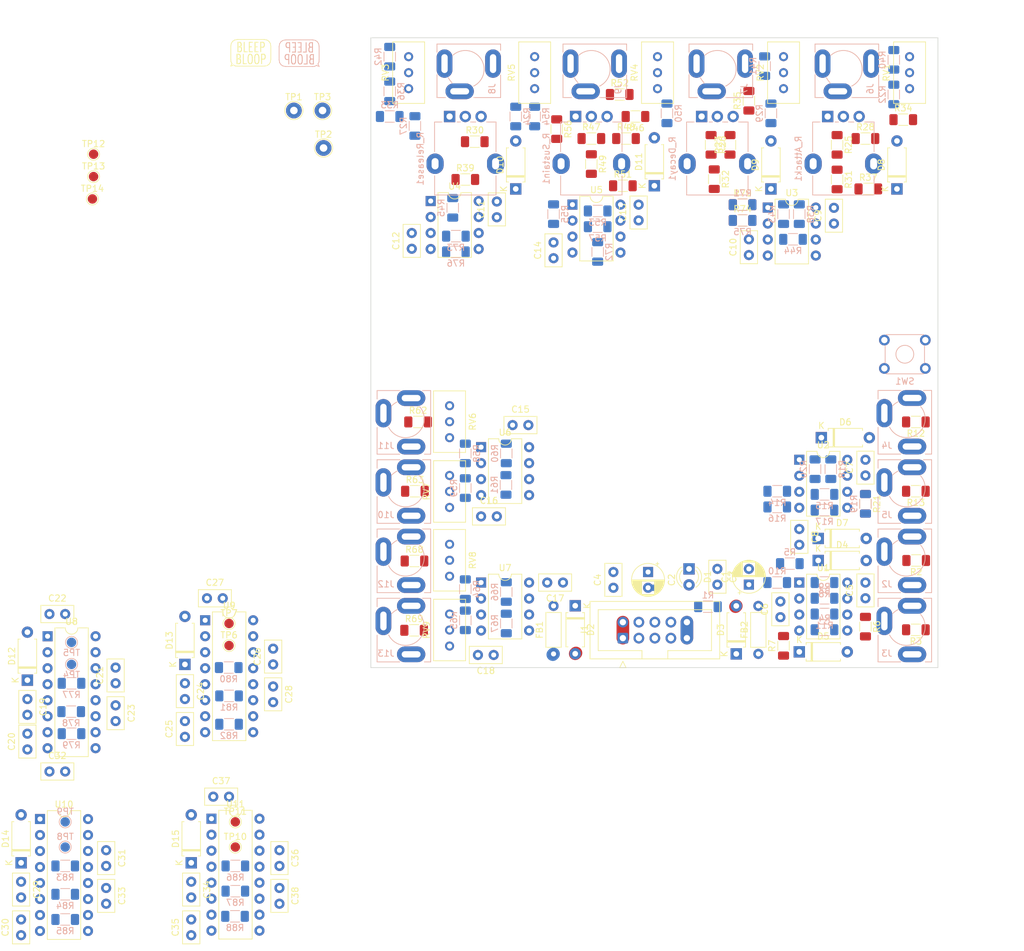
<source format=kicad_pcb>
(kicad_pcb (version 20171130) (host pcbnew "(5.1.10)-1")
  (layers (0 F.Cu signal) (31 B.Cu signal) (34 B.Paste user) (35 F.Paste user) (36 B.SilkS user) (37 F.SilkS user) (38 B.Mask user) (39 F.Mask user) (44 Edge.Cuts user))
  (net 0 "")
  (net 1 GND)
  (net 2 +12V)
  (net 3 -12V)
  (net 4 "Net-(C25-Pad1)")
  (net 5 "Net-(D1-Pad2)")
  (net 6 "Net-(D2-Pad2)")
  (net 7 -12VA)
  (net 8 +12L)
  (net 9 "Net-(D3-Pad1)")
  (net 10 "Net-(D4-Pad2)")
  (net 11 "Net-(D4-Pad1)")
  (net 12 "Net-(D5-Pad2)")
  (net 13 "Net-(D5-Pad1)")
  (net 14 "Net-(D6-Pad2)")
  (net 15 "Net-(D6-Pad1)")
  (net 16 "Net-(D7-Pad2)")
  (net 17 "Net-(D7-Pad1)")
  (net 18 /EnvelopeGnerators/Gate_C)
  (net 19 /EnvelopeGnerators/Gate_A)
  (net 20 /EnvelopeGnerators/Gate_B)
  (net 21 /EnvelopeGnerators/Gate_D)
  (net 22 "Net-(J2-PadT)")
  (net 23 "Net-(J3-PadT)")
  (net 24 "Net-(J4-PadT)")
  (net 25 "Net-(J5-PadT)")
  (net 26 "Net-(J6-PadT)")
  (net 27 "Net-(J7-PadT)")
  (net 28 "Net-(J8-PadT)")
  (net 29 "Net-(J9-PadT)")
  (net 30 "Net-(J10-PadT)")
  (net 31 "Net-(J11-PadT)")
  (net 32 "Net-(J12-PadT)")
  (net 33 "Net-(J13-PadT)")
  (net 34 "Net-(R26-Pad1)")
  (net 35 "Net-(R27-Pad1)")
  (net 36 /EnvelopeGnerators/Release)
  (net 37 /EnvelopeGnerators/Attack)
  (net 38 /EnvelopeGnerators/Decay)
  (net 39 /EnvelopeGnerators/Sustain)
  (net 40 "Net-(R42-Pad1)")
  (net 41 "Net-(R55-Pad1)")
  (net 42 "Net-(R56-Pad1)")
  (net 43 /Outputs/ENVELOPE_A)
  (net 44 /Outputs/ENVELOPE_C)
  (net 45 "Net-(R58-Pad2)")
  (net 46 "Net-(R65-Pad1)")
  (net 47 /Outputs/ENVELOPE_B)
  (net 48 /Outputs/ENVELOPE_D)
  (net 49 "Net-(TP5-Pad1)")
  (net 50 "Net-(TP6-Pad1)")
  (net 51 "Net-(TP7-Pad1)")
  (net 52 "Net-(TP8-Pad1)")
  (net 53 "Net-(TP9-Pad1)")
  (net 54 "Net-(TP10-Pad1)")
  (net 55 "Net-(TP11-Pad1)")
  (net 56 "Net-(R22-Pad2)")
  (net 57 "Net-(R23-Pad2)")
  (net 58 "Net-(R24-Pad2)")
  (net 59 "Net-(R25-Pad2)")
  (net 60 "Net-(R26-Pad2)")
  (net 61 "Net-(R85-Pad2)")
  (net 62 "Net-(RV1-Pad2)")
  (net 63 "Net-(RV2-Pad2)")
  (net 64 "Net-(RV3-Pad2)")
  (net 65 "Net-(RV4-Pad2)")
  (net 66 "Net-(RV5-Pad2)")
  (net 67 "Net-(C27-Pad1)")
  (net 68 "Net-(C29-Pad1)")
  (net 69 "Net-(C30-Pad1)")
  (net 70 "Net-(C32-Pad1)")
  (net 71 "Net-(C34-Pad1)")
  (net 72 "Net-(C35-Pad1)")
  (net 73 "Net-(D8-Pad2)")
  (net 74 "Net-(D8-Pad1)")
  (net 75 "Net-(D9-Pad2)")
  (net 76 "Net-(D9-Pad1)")
  (net 77 "Net-(D10-Pad2)")
  (net 78 "Net-(D10-Pad1)")
  (net 79 "Net-(D11-Pad2)")
  (net 80 "Net-(D11-Pad1)")
  (net 81 "Net-(R27-Pad2)")
  (net 82 "Net-(R47-Pad1)")
  (net 83 "Net-(R52-Pad1)")
  (net 84 "Net-(R54-Pad2)")
  (net 85 "Net-(R58-Pad1)")
  (net 86 "Net-(R59-Pad2)")
  (net 87 "Net-(R59-Pad1)")
  (net 88 "Net-(R60-Pad1)")
  (net 89 "Net-(R61-Pad1)")
  (net 90 "Net-(R64-Pad1)")
  (net 91 "Net-(R79-Pad2)")
  (net 92 "Net-(R88-Pad2)")
  (net 93 "Net-(TP4-Pad1)")
  (net 94 "Net-(C19-Pad2)")
  (net 95 "Net-(C19-Pad1)")
  (net 96 "Net-(C20-Pad1)")
  (net 97 "Net-(C22-Pad1)")
  (net 98 "Net-(C24-Pad2)")
  (net 99 "Net-(C24-Pad1)")
  (net 100 "Net-(C29-Pad2)")
  (net 101 "Net-(C34-Pad2)")
  (net 102 "Net-(C37-Pad1)")
  (net 103 /Inputs/GateA-B/Gate_Switch_In)
  (net 104 "Net-(R10-Pad2)")
  (net 105 "Net-(R11-Pad2)")
  (net 106 "Net-(R18-Pad1)")
  (net 107 "Net-(R19-Pad1)")
  (net 108 "Net-(R25-Pad1)")
  (net 109 "Net-(R34-Pad2)")
  (net 110 "Net-(R35-Pad2)")
  (net 111 "Net-(R36-Pad2)")
  (net 112 "Net-(R37-Pad1)")
  (net 113 "Net-(R38-Pad1)")
  (net 114 "Net-(R39-Pad1)")
  (net 115 "Net-(R40-Pad1)")
  (net 116 "Net-(R41-Pad1)")
  (net 117 "Net-(R46-Pad2)")
  (net 118 "Net-(R47-Pad2)")
  (net 119 "Net-(R50-Pad2)")
  (net 120 "Net-(R51-Pad1)")
  (net 121 "Net-(R53-Pad1)")
  (net 122 "Net-(R64-Pad2)")
  (net 123 "Net-(R65-Pad2)")
  (net 124 "Net-(R66-Pad1)")
  (net 125 "Net-(R67-Pad1)")
  (net 126 /EnvelopeGnerators/AC3310_B/Attack)
  (net 127 /EnvelopeGnerators/AC3310_B/Decay)
  (net 128 /EnvelopeGnerators/AC3310_B/Sustain)
  (net 129 /EnvelopeGnerators/AC3310_B/Release)
  (net 130 "Net-(R78-Pad1)")
  (net 131 "Net-(R81-Pad1)")
  (net 132 "Net-(R82-Pad2)")
  (net 133 "Net-(R84-Pad1)")
  (net 134 "Net-(R87-Pad1)")
  (net 135 "Net-(TP12-Pad1)")
  (net 136 "Net-(TP13-Pad1)")
  (net 137 "Net-(TP14-Pad1)")
  (module Package_DIP:DIP-16_W7.62mm (layer F.Cu) (at 134.710225 154)
    (fp_text reference U11 (at 3.81 -2.33) (layer F.SilkS))
    (fp_text value AS3310)
    (pad 16 thru_hole oval (at 7.62 0) (size 1.6 1.6) (drill 0.8) (layers *.Cu *.Mask) (net 55 "Net-(TP11-Pad1)"))
    (pad 8 thru_hole oval (at 0 17.78) (size 1.6 1.6) (drill 0.8) (layers *.Cu *.Mask) (net 72 "Net-(C35-Pad1)"))
    (pad 15 thru_hole oval (at 7.62 2.54) (size 1.6 1.6) (drill 0.8) (layers *.Cu *.Mask) (net 126 /EnvelopeGnerators/AC3310_B/Attack))
    (pad 7 thru_hole oval (at 0 15.24) (size 1.6 1.6) (drill 0.8) (layers *.Cu *.Mask) (net 1 GND))
    (pad 14 thru_hole oval (at 7.62 5.08) (size 1.6 1.6) (drill 0.8) (layers *.Cu *.Mask) (net 1 GND))
    (pad 6 thru_hole oval (at 0 12.7) (size 1.6 1.6) (drill 0.8) (layers *.Cu *.Mask) (net 134 "Net-(R87-Pad1)"))
    (pad 13 thru_hole oval (at 7.62 7.62) (size 1.6 1.6) (drill 0.8) (layers *.Cu *.Mask) (net 129 /EnvelopeGnerators/AC3310_B/Release))
    (pad 5 thru_hole oval (at 0 10.16) (size 1.6 1.6) (drill 0.8) (layers *.Cu *.Mask) (net 101 "Net-(C34-Pad2)"))
    (pad 12 thru_hole oval (at 7.62 10.16) (size 1.6 1.6) (drill 0.8) (layers *.Cu *.Mask) (net 127 /EnvelopeGnerators/AC3310_B/Decay))
    (pad 4 thru_hole oval (at 0 7.62) (size 1.6 1.6) (drill 0.8) (layers *.Cu *.Mask) (net 71 "Net-(C34-Pad1)"))
    (pad 11 thru_hole oval (at 7.62 12.7) (size 1.6 1.6) (drill 0.8) (layers *.Cu *.Mask) (net 2 +12V))
    (pad 3 thru_hole oval (at 0 5.08) (size 1.6 1.6) (drill 0.8) (layers *.Cu *.Mask) (net 54 "Net-(TP10-Pad1)"))
    (pad 10 thru_hole oval (at 7.62 15.24) (size 1.6 1.6) (drill 0.8) (layers *.Cu *.Mask) (net 92 "Net-(R88-Pad2)"))
    (pad 2 thru_hole oval (at 0 2.54) (size 1.6 1.6) (drill 0.8) (layers *.Cu *.Mask) (net 48 /Outputs/ENVELOPE_D))
    (pad 9 thru_hole oval (at 7.62 17.78) (size 1.6 1.6) (drill 0.8) (layers *.Cu *.Mask) (net 128 /EnvelopeGnerators/AC3310_B/Sustain))
    (pad 1 thru_hole rect (at 0 0) (size 1.6 1.6) (drill 0.8) (layers *.Cu *.Mask) (net 102 "Net-(C37-Pad1)"))
  )
  (module Package_DIP:DIP-16_W7.62mm (layer F.Cu) (at 107.5 154.05)
    (fp_text reference U10 (at 3.81 -2.33) (layer F.SilkS))
    (fp_text value AS3310)
    (pad 16 thru_hole oval (at 7.62 0) (size 1.6 1.6) (drill 0.8) (layers *.Cu *.Mask) (net 53 "Net-(TP9-Pad1)"))
    (pad 8 thru_hole oval (at 0 17.78) (size 1.6 1.6) (drill 0.8) (layers *.Cu *.Mask) (net 69 "Net-(C30-Pad1)"))
    (pad 15 thru_hole oval (at 7.62 2.54) (size 1.6 1.6) (drill 0.8) (layers *.Cu *.Mask) (net 126 /EnvelopeGnerators/AC3310_B/Attack))
    (pad 7 thru_hole oval (at 0 15.24) (size 1.6 1.6) (drill 0.8) (layers *.Cu *.Mask) (net 1 GND))
    (pad 14 thru_hole oval (at 7.62 5.08) (size 1.6 1.6) (drill 0.8) (layers *.Cu *.Mask) (net 1 GND))
    (pad 6 thru_hole oval (at 0 12.7) (size 1.6 1.6) (drill 0.8) (layers *.Cu *.Mask) (net 133 "Net-(R84-Pad1)"))
    (pad 13 thru_hole oval (at 7.62 7.62) (size 1.6 1.6) (drill 0.8) (layers *.Cu *.Mask) (net 129 /EnvelopeGnerators/AC3310_B/Release))
    (pad 5 thru_hole oval (at 0 10.16) (size 1.6 1.6) (drill 0.8) (layers *.Cu *.Mask) (net 100 "Net-(C29-Pad2)"))
    (pad 12 thru_hole oval (at 7.62 10.16) (size 1.6 1.6) (drill 0.8) (layers *.Cu *.Mask) (net 127 /EnvelopeGnerators/AC3310_B/Decay))
    (pad 4 thru_hole oval (at 0 7.62) (size 1.6 1.6) (drill 0.8) (layers *.Cu *.Mask) (net 68 "Net-(C29-Pad1)"))
    (pad 11 thru_hole oval (at 7.62 12.7) (size 1.6 1.6) (drill 0.8) (layers *.Cu *.Mask) (net 2 +12V))
    (pad 3 thru_hole oval (at 0 5.08) (size 1.6 1.6) (drill 0.8) (layers *.Cu *.Mask) (net 52 "Net-(TP8-Pad1)"))
    (pad 10 thru_hole oval (at 7.62 15.24) (size 1.6 1.6) (drill 0.8) (layers *.Cu *.Mask) (net 61 "Net-(R85-Pad2)"))
    (pad 2 thru_hole oval (at 0 2.54) (size 1.6 1.6) (drill 0.8) (layers *.Cu *.Mask) (net 44 /Outputs/ENVELOPE_C))
    (pad 9 thru_hole oval (at 7.62 17.78) (size 1.6 1.6) (drill 0.8) (layers *.Cu *.Mask) (net 128 /EnvelopeGnerators/AC3310_B/Sustain))
    (pad 1 thru_hole rect (at 0 0) (size 1.6 1.6) (drill 0.8) (layers *.Cu *.Mask) (net 70 "Net-(C32-Pad1)"))
  )
  (module Package_DIP:DIP-16_W7.62mm (layer F.Cu) (at 133.710225 122.49)
    (fp_text reference U9 (at 3.81 -2.33) (layer F.SilkS))
    (fp_text value AS3310)
    (pad 16 thru_hole oval (at 7.62 0) (size 1.6 1.6) (drill 0.8) (layers *.Cu *.Mask) (net 51 "Net-(TP7-Pad1)"))
    (pad 8 thru_hole oval (at 0 17.78) (size 1.6 1.6) (drill 0.8) (layers *.Cu *.Mask) (net 4 "Net-(C25-Pad1)"))
    (pad 15 thru_hole oval (at 7.62 2.54) (size 1.6 1.6) (drill 0.8) (layers *.Cu *.Mask) (net 126 /EnvelopeGnerators/AC3310_B/Attack))
    (pad 7 thru_hole oval (at 0 15.24) (size 1.6 1.6) (drill 0.8) (layers *.Cu *.Mask) (net 1 GND))
    (pad 14 thru_hole oval (at 7.62 5.08) (size 1.6 1.6) (drill 0.8) (layers *.Cu *.Mask) (net 1 GND))
    (pad 6 thru_hole oval (at 0 12.7) (size 1.6 1.6) (drill 0.8) (layers *.Cu *.Mask) (net 131 "Net-(R81-Pad1)"))
    (pad 13 thru_hole oval (at 7.62 7.62) (size 1.6 1.6) (drill 0.8) (layers *.Cu *.Mask) (net 129 /EnvelopeGnerators/AC3310_B/Release))
    (pad 5 thru_hole oval (at 0 10.16) (size 1.6 1.6) (drill 0.8) (layers *.Cu *.Mask) (net 98 "Net-(C24-Pad2)"))
    (pad 12 thru_hole oval (at 7.62 10.16) (size 1.6 1.6) (drill 0.8) (layers *.Cu *.Mask) (net 127 /EnvelopeGnerators/AC3310_B/Decay))
    (pad 4 thru_hole oval (at 0 7.62) (size 1.6 1.6) (drill 0.8) (layers *.Cu *.Mask) (net 99 "Net-(C24-Pad1)"))
    (pad 11 thru_hole oval (at 7.62 12.7) (size 1.6 1.6) (drill 0.8) (layers *.Cu *.Mask) (net 2 +12V))
    (pad 3 thru_hole oval (at 0 5.08) (size 1.6 1.6) (drill 0.8) (layers *.Cu *.Mask) (net 50 "Net-(TP6-Pad1)"))
    (pad 10 thru_hole oval (at 7.62 15.24) (size 1.6 1.6) (drill 0.8) (layers *.Cu *.Mask) (net 132 "Net-(R82-Pad2)"))
    (pad 2 thru_hole oval (at 0 2.54) (size 1.6 1.6) (drill 0.8) (layers *.Cu *.Mask) (net 47 /Outputs/ENVELOPE_B))
    (pad 9 thru_hole oval (at 7.62 17.78) (size 1.6 1.6) (drill 0.8) (layers *.Cu *.Mask) (net 128 /EnvelopeGnerators/AC3310_B/Sustain))
    (pad 1 thru_hole rect (at 0 0) (size 1.6 1.6) (drill 0.8) (layers *.Cu *.Mask) (net 67 "Net-(C27-Pad1)"))
  )
  (module Package_DIP:DIP-16_W7.62mm (layer F.Cu) (at 108.700225 125.03)
    (fp_text reference U8 (at 3.81 -2.33) (layer F.SilkS))
    (fp_text value AS3310)
    (pad 16 thru_hole oval (at 7.62 0) (size 1.6 1.6) (drill 0.8) (layers *.Cu *.Mask) (net 49 "Net-(TP5-Pad1)"))
    (pad 8 thru_hole oval (at 0 17.78) (size 1.6 1.6) (drill 0.8) (layers *.Cu *.Mask) (net 96 "Net-(C20-Pad1)"))
    (pad 15 thru_hole oval (at 7.62 2.54) (size 1.6 1.6) (drill 0.8) (layers *.Cu *.Mask) (net 126 /EnvelopeGnerators/AC3310_B/Attack))
    (pad 7 thru_hole oval (at 0 15.24) (size 1.6 1.6) (drill 0.8) (layers *.Cu *.Mask) (net 1 GND))
    (pad 14 thru_hole oval (at 7.62 5.08) (size 1.6 1.6) (drill 0.8) (layers *.Cu *.Mask) (net 1 GND))
    (pad 6 thru_hole oval (at 0 12.7) (size 1.6 1.6) (drill 0.8) (layers *.Cu *.Mask) (net 130 "Net-(R78-Pad1)"))
    (pad 13 thru_hole oval (at 7.62 7.62) (size 1.6 1.6) (drill 0.8) (layers *.Cu *.Mask) (net 129 /EnvelopeGnerators/AC3310_B/Release))
    (pad 5 thru_hole oval (at 0 10.16) (size 1.6 1.6) (drill 0.8) (layers *.Cu *.Mask) (net 94 "Net-(C19-Pad2)"))
    (pad 12 thru_hole oval (at 7.62 10.16) (size 1.6 1.6) (drill 0.8) (layers *.Cu *.Mask) (net 127 /EnvelopeGnerators/AC3310_B/Decay))
    (pad 4 thru_hole oval (at 0 7.62) (size 1.6 1.6) (drill 0.8) (layers *.Cu *.Mask) (net 95 "Net-(C19-Pad1)"))
    (pad 11 thru_hole oval (at 7.62 12.7) (size 1.6 1.6) (drill 0.8) (layers *.Cu *.Mask) (net 2 +12V))
    (pad 3 thru_hole oval (at 0 5.08) (size 1.6 1.6) (drill 0.8) (layers *.Cu *.Mask) (net 93 "Net-(TP4-Pad1)"))
    (pad 10 thru_hole oval (at 7.62 15.24) (size 1.6 1.6) (drill 0.8) (layers *.Cu *.Mask) (net 91 "Net-(R79-Pad2)"))
    (pad 2 thru_hole oval (at 0 2.54) (size 1.6 1.6) (drill 0.8) (layers *.Cu *.Mask) (net 43 /Outputs/ENVELOPE_A))
    (pad 9 thru_hole oval (at 7.62 17.78) (size 1.6 1.6) (drill 0.8) (layers *.Cu *.Mask) (net 128 /EnvelopeGnerators/AC3310_B/Sustain))
    (pad 1 thru_hole rect (at 0 0) (size 1.6 1.6) (drill 0.8) (layers *.Cu *.Mask) (net 97 "Net-(C22-Pad1)"))
  )
  (module Package_DIP:DIP-8_W7.62mm (layer F.Cu) (at 177.5 116.5)
    (fp_text reference U7 (at 3.81 -2.33) (layer F.SilkS))
    (fp_text value TL072)
    (pad 8 thru_hole oval (at 7.62 0) (size 1.6 1.6) (drill 0.8) (layers *.Cu *.Mask) (net 2 +12V))
    (pad 4 thru_hole oval (at 0 7.62) (size 1.6 1.6) (drill 0.8) (layers *.Cu *.Mask) (net 3 -12V))
    (pad 7 thru_hole oval (at 7.62 2.54) (size 1.6 1.6) (drill 0.8) (layers *.Cu *.Mask) (net 125 "Net-(R67-Pad1)"))
    (pad 3 thru_hole oval (at 0 5.08) (size 1.6 1.6) (drill 0.8) (layers *.Cu *.Mask) (net 44 /Outputs/ENVELOPE_C))
    (pad 6 thru_hole oval (at 7.62 5.08) (size 1.6 1.6) (drill 0.8) (layers *.Cu *.Mask) (net 46 "Net-(R65-Pad1)"))
    (pad 2 thru_hole oval (at 0 2.54) (size 1.6 1.6) (drill 0.8) (layers *.Cu *.Mask) (net 90 "Net-(R64-Pad1)"))
    (pad 5 thru_hole oval (at 7.62 7.62) (size 1.6 1.6) (drill 0.8) (layers *.Cu *.Mask) (net 48 /Outputs/ENVELOPE_D))
    (pad 1 thru_hole rect (at 0 0) (size 1.6 1.6) (drill 0.8) (layers *.Cu *.Mask) (net 124 "Net-(R66-Pad1)"))
  )
  (module Package_DIP:DIP-8_W7.62mm (layer F.Cu) (at 177.5 95)
    (fp_text reference U6 (at 3.81 -2.33) (layer F.SilkS))
    (fp_text value TL072)
    (pad 8 thru_hole oval (at 7.62 0) (size 1.6 1.6) (drill 0.8) (layers *.Cu *.Mask) (net 2 +12V))
    (pad 4 thru_hole oval (at 0 7.62) (size 1.6 1.6) (drill 0.8) (layers *.Cu *.Mask) (net 3 -12V))
    (pad 7 thru_hole oval (at 7.62 2.54) (size 1.6 1.6) (drill 0.8) (layers *.Cu *.Mask) (net 89 "Net-(R61-Pad1)"))
    (pad 3 thru_hole oval (at 0 5.08) (size 1.6 1.6) (drill 0.8) (layers *.Cu *.Mask) (net 43 /Outputs/ENVELOPE_A))
    (pad 6 thru_hole oval (at 7.62 5.08) (size 1.6 1.6) (drill 0.8) (layers *.Cu *.Mask) (net 87 "Net-(R59-Pad1)"))
    (pad 2 thru_hole oval (at 0 2.54) (size 1.6 1.6) (drill 0.8) (layers *.Cu *.Mask) (net 85 "Net-(R58-Pad1)"))
    (pad 5 thru_hole oval (at 7.62 7.62) (size 1.6 1.6) (drill 0.8) (layers *.Cu *.Mask) (net 47 /Outputs/ENVELOPE_B))
    (pad 1 thru_hole rect (at 0 0) (size 1.6 1.6) (drill 0.8) (layers *.Cu *.Mask) (net 88 "Net-(R60-Pad1)"))
  )
  (module Package_DIP:DIP-8_W7.62mm (layer F.Cu) (at 192.000225 56.49)
    (fp_text reference U5 (at 3.81 -2.33) (layer F.SilkS))
    (fp_text value LM358)
    (pad 8 thru_hole oval (at 7.62 0) (size 1.6 1.6) (drill 0.8) (layers *.Cu *.Mask) (net 2 +12V))
    (pad 4 thru_hole oval (at 0 7.62) (size 1.6 1.6) (drill 0.8) (layers *.Cu *.Mask) (net 3 -12V))
    (pad 7 thru_hole oval (at 7.62 2.54) (size 1.6 1.6) (drill 0.8) (layers *.Cu *.Mask) (net 39 /EnvelopeGnerators/Sustain))
    (pad 3 thru_hole oval (at 0 5.08) (size 1.6 1.6) (drill 0.8) (layers *.Cu *.Mask) (net 65 "Net-(RV4-Pad2)"))
    (pad 6 thru_hole oval (at 7.62 5.08) (size 1.6 1.6) (drill 0.8) (layers *.Cu *.Mask) (net 41 "Net-(R55-Pad1)"))
    (pad 2 thru_hole oval (at 0 2.54) (size 1.6 1.6) (drill 0.8) (layers *.Cu *.Mask) (net 120 "Net-(R51-Pad1)"))
    (pad 5 thru_hole oval (at 7.62 7.62) (size 1.6 1.6) (drill 0.8) (layers *.Cu *.Mask) (net 66 "Net-(RV5-Pad2)"))
    (pad 1 thru_hole rect (at 0 0) (size 1.6 1.6) (drill 0.8) (layers *.Cu *.Mask) (net 121 "Net-(R53-Pad1)"))
  )
  (module Package_DIP:DIP-8_W7.62mm (layer F.Cu) (at 169.500225 55.92)
    (fp_text reference U4 (at 3.81 -2.33) (layer F.SilkS))
    (fp_text value LM358)
    (pad 8 thru_hole oval (at 7.62 0) (size 1.6 1.6) (drill 0.8) (layers *.Cu *.Mask) (net 2 +12V))
    (pad 4 thru_hole oval (at 0 7.62) (size 1.6 1.6) (drill 0.8) (layers *.Cu *.Mask) (net 3 -12V))
    (pad 7 thru_hole oval (at 7.62 2.54) (size 1.6 1.6) (drill 0.8) (layers *.Cu *.Mask) (net 137 "Net-(TP14-Pad1)"))
    (pad 3 thru_hole oval (at 0 5.08) (size 1.6 1.6) (drill 0.8) (layers *.Cu *.Mask) (net 64 "Net-(RV3-Pad2)"))
    (pad 6 thru_hole oval (at 7.62 5.08) (size 1.6 1.6) (drill 0.8) (layers *.Cu *.Mask) (net 136 "Net-(TP13-Pad1)"))
    (pad 2 thru_hole oval (at 0 2.54) (size 1.6 1.6) (drill 0.8) (layers *.Cu *.Mask) (net 114 "Net-(R39-Pad1)"))
    (pad 5 thru_hole oval (at 7.62 7.62) (size 1.6 1.6) (drill 0.8) (layers *.Cu *.Mask) (net 135 "Net-(TP12-Pad1)"))
    (pad 1 thru_hole rect (at 0 0) (size 1.6 1.6) (drill 0.8) (layers *.Cu *.Mask) (net 36 /EnvelopeGnerators/Release))
  )
  (module Package_DIP:DIP-8_W7.62mm (layer F.Cu) (at 223 56.96)
    (fp_text reference U3 (at 3.81 -2.33) (layer F.SilkS))
    (fp_text value LM358)
    (pad 8 thru_hole oval (at 7.62 0) (size 1.6 1.6) (drill 0.8) (layers *.Cu *.Mask) (net 2 +12V))
    (pad 4 thru_hole oval (at 0 7.62) (size 1.6 1.6) (drill 0.8) (layers *.Cu *.Mask) (net 3 -12V))
    (pad 7 thru_hole oval (at 7.62 2.54) (size 1.6 1.6) (drill 0.8) (layers *.Cu *.Mask) (net 38 /EnvelopeGnerators/Decay))
    (pad 3 thru_hole oval (at 0 5.08) (size 1.6 1.6) (drill 0.8) (layers *.Cu *.Mask) (net 62 "Net-(RV1-Pad2)"))
    (pad 6 thru_hole oval (at 7.62 5.08) (size 1.6 1.6) (drill 0.8) (layers *.Cu *.Mask) (net 113 "Net-(R38-Pad1)"))
    (pad 2 thru_hole oval (at 0 2.54) (size 1.6 1.6) (drill 0.8) (layers *.Cu *.Mask) (net 112 "Net-(R37-Pad1)"))
    (pad 5 thru_hole oval (at 7.62 7.62) (size 1.6 1.6) (drill 0.8) (layers *.Cu *.Mask) (net 63 "Net-(RV2-Pad2)"))
    (pad 1 thru_hole rect (at 0 0) (size 1.6 1.6) (drill 0.8) (layers *.Cu *.Mask) (net 37 /EnvelopeGnerators/Attack))
  )
  (module Package_DIP:DIP-8_W7.62mm (layer F.Cu) (at 228 97)
    (fp_text reference U2 (at 3.81 -2.33) (layer F.SilkS))
    (fp_text value LM358)
    (pad 8 thru_hole oval (at 7.62 0) (size 1.6 1.6) (drill 0.8) (layers *.Cu *.Mask) (net 2 +12V))
    (pad 4 thru_hole oval (at 0 7.62) (size 1.6 1.6) (drill 0.8) (layers *.Cu *.Mask) (net 3 -12V))
    (pad 7 thru_hole oval (at 7.62 2.54) (size 1.6 1.6) (drill 0.8) (layers *.Cu *.Mask) (net 20 /EnvelopeGnerators/Gate_B))
    (pad 3 thru_hole oval (at 0 5.08) (size 1.6 1.6) (drill 0.8) (layers *.Cu *.Mask) (net 15 "Net-(D6-Pad1)"))
    (pad 6 thru_hole oval (at 7.62 5.08) (size 1.6 1.6) (drill 0.8) (layers *.Cu *.Mask) (net 107 "Net-(R19-Pad1)"))
    (pad 2 thru_hole oval (at 0 2.54) (size 1.6 1.6) (drill 0.8) (layers *.Cu *.Mask) (net 106 "Net-(R18-Pad1)"))
    (pad 5 thru_hole oval (at 7.62 7.62) (size 1.6 1.6) (drill 0.8) (layers *.Cu *.Mask) (net 17 "Net-(D7-Pad1)"))
    (pad 1 thru_hole rect (at 0 0) (size 1.6 1.6) (drill 0.8) (layers *.Cu *.Mask) (net 19 /EnvelopeGnerators/Gate_A))
  )
  (module Package_DIP:DIP-8_W7.62mm (layer F.Cu) (at 228 116.5)
    (fp_text reference U1 (at 3.81 -2.33) (layer F.SilkS))
    (fp_text value LM358)
    (pad 8 thru_hole oval (at 7.62 0) (size 1.6 1.6) (drill 0.8) (layers *.Cu *.Mask) (net 2 +12V))
    (pad 4 thru_hole oval (at 0 7.62) (size 1.6 1.6) (drill 0.8) (layers *.Cu *.Mask) (net 3 -12V))
    (pad 7 thru_hole oval (at 7.62 2.54) (size 1.6 1.6) (drill 0.8) (layers *.Cu *.Mask) (net 21 /EnvelopeGnerators/Gate_D))
    (pad 3 thru_hole oval (at 0 5.08) (size 1.6 1.6) (drill 0.8) (layers *.Cu *.Mask) (net 11 "Net-(D4-Pad1)"))
    (pad 6 thru_hole oval (at 7.62 5.08) (size 1.6 1.6) (drill 0.8) (layers *.Cu *.Mask) (net 105 "Net-(R11-Pad2)"))
    (pad 2 thru_hole oval (at 0 2.54) (size 1.6 1.6) (drill 0.8) (layers *.Cu *.Mask) (net 104 "Net-(R10-Pad2)"))
    (pad 5 thru_hole oval (at 7.62 7.62) (size 1.6 1.6) (drill 0.8) (layers *.Cu *.Mask) (net 13 "Net-(D5-Pad1)"))
    (pad 1 thru_hole rect (at 0 0) (size 1.6 1.6) (drill 0.8) (layers *.Cu *.Mask) (net 18 /EnvelopeGnerators/Gate_C))
  )
  (module TestPoint:TestPoint_Pad_D1.5mm (layer F.Cu) (at 115.820225 55.59)
    (fp_text reference TP14 (at 0 -1.648) (layer F.SilkS))
    (fp_text value U4_Out)
    (pad 1 smd circle (at 0 0) (size 1.5 1.5) (layers F.Cu F.Mask) (net 137 "Net-(TP14-Pad1)"))
  )
  (module TestPoint:TestPoint_Pad_D1.5mm (layer F.Cu) (at 116.000225 52.04)
    (fp_text reference TP13 (at 0 -1.648) (layer F.SilkS))
    (fp_text value U4-)
    (pad 1 smd circle (at 0 0) (size 1.5 1.5) (layers F.Cu F.Mask) (net 136 "Net-(TP13-Pad1)"))
  )
  (module TestPoint:TestPoint_Pad_D1.5mm (layer F.Cu) (at 116.000225 48.49)
    (fp_text reference TP12 (at 0 -1.648) (layer F.SilkS))
    (fp_text value U4+)
    (pad 1 smd circle (at 0 0) (size 1.5 1.5) (layers F.Cu F.Mask) (net 135 "Net-(TP12-Pad1)"))
  )
  (module TestPoint:TestPoint_Pad_D1.5mm (layer F.Cu) (at 138.5 154.5)
    (fp_text reference TP11 (at 0 -1.648) (layer F.SilkS))
    (fp_text value ATKOUT_A)
    (pad 1 smd circle (at 0 0) (size 1.5 1.5) (layers F.Cu F.Mask) (net 55 "Net-(TP11-Pad1)"))
  )
  (module TestPoint:TestPoint_Pad_D1.5mm (layer F.Cu) (at 138.5 158.5)
    (fp_text reference TP10 (at 0 -1.648) (layer F.SilkS))
    (fp_text value VP_A)
    (pad 1 smd circle (at 0 0) (size 1.5 1.5) (layers F.Cu F.Mask) (net 54 "Net-(TP10-Pad1)"))
  )
  (module TestPoint:TestPoint_Pad_D1.5mm (layer B.Cu) (at 111.5 154.5 180)
    (fp_text reference TP9 (at 0 1.648) (layer B.SilkS) (effects (justify mirror)))
    (fp_text value ATKOUT_A)
    (pad 1 smd circle (at 0 0 180) (size 1.5 1.5) (layers B.Cu B.Mask) (net 53 "Net-(TP9-Pad1)"))
  )
  (module TestPoint:TestPoint_Pad_D1.5mm (layer B.Cu) (at 111.5 158.5 180)
    (fp_text reference TP8 (at 0 1.648) (layer B.SilkS) (effects (justify mirror)))
    (fp_text value VP_A)
    (pad 1 smd circle (at 0 0 180) (size 1.5 1.5) (layers B.Cu B.Mask) (net 52 "Net-(TP8-Pad1)"))
  )
  (module TestPoint:TestPoint_Pad_D1.5mm (layer F.Cu) (at 137.5 123)
    (fp_text reference TP7 (at 0 -1.648) (layer F.SilkS))
    (fp_text value ATKOUT_A)
    (pad 1 smd circle (at 0 0) (size 1.5 1.5) (layers F.Cu F.Mask) (net 51 "Net-(TP7-Pad1)"))
  )
  (module TestPoint:TestPoint_Pad_D1.5mm (layer F.Cu) (at 137.5 126.5)
    (fp_text reference TP6 (at 0 -1.648) (layer F.SilkS))
    (fp_text value VP_A)
    (pad 1 smd circle (at 0 0) (size 1.5 1.5) (layers F.Cu F.Mask) (net 50 "Net-(TP6-Pad1)"))
  )
  (module TestPoint:TestPoint_Pad_D1.5mm (layer B.Cu) (at 112.5 126)
    (fp_text reference TP5 (at 0 1.648) (layer B.SilkS) (effects (justify mirror)))
    (fp_text value ATKOUT_A)
    (pad 1 smd circle (at 0 0) (size 1.5 1.5) (layers B.Cu B.Mask) (net 49 "Net-(TP5-Pad1)"))
  )
  (module TestPoint:TestPoint_Pad_D1.5mm (layer B.Cu) (at 112.5 129.5)
    (fp_text reference TP4 (at 0 1.648) (layer B.SilkS) (effects (justify mirror)))
    (fp_text value VP_A)
    (pad 1 smd circle (at 0 0) (size 1.5 1.5) (layers B.Cu B.Mask) (net 93 "Net-(TP4-Pad1)"))
  )
  (module TestPoint:TestPoint_THTPad_D2.5mm_Drill1.2mm (layer F.Cu) (at 152.340225 41.55)
    (fp_text reference TP3 (at 0 -2.148) (layer F.SilkS))
    (fp_text value +12V)
    (pad 1 thru_hole circle (at 0 0) (size 2.5 2.5) (drill 1.2) (layers *.Cu *.Mask) (net 2 +12V))
  )
  (module TestPoint:TestPoint_THTPad_D2.5mm_Drill1.2mm (layer F.Cu) (at 152.5 47.5)
    (fp_text reference TP2 (at 0 -2.148) (layer F.SilkS))
    (fp_text value GND)
    (pad 1 thru_hole circle (at 0 0) (size 2.5 2.5) (drill 1.2) (layers *.Cu *.Mask) (net 1 GND))
  )
  (module TestPoint:TestPoint_THTPad_D2.5mm_Drill1.2mm (layer F.Cu) (at 147.790225 41.55)
    (fp_text reference TP1 (at 0 -2.148) (layer F.SilkS))
    (fp_text value -12V)
    (pad 1 thru_hole circle (at 0 0) (size 2.5 2.5) (drill 1.2) (layers *.Cu *.Mask) (net 3 -12V))
  )
  (module Button_Switch_THT:SW_TH_Tactile_Omron_B3F-10xx (layer B.Cu) (at 241.5 82.5)
    (fp_text reference SW1 (at 3.25 2.05) (layer B.SilkS) (effects (justify mirror)))
    (fp_text value Gate_SW)
    (pad 1 thru_hole circle (at 0 0) (size 1.7 1.7) (drill 1) (layers *.Cu *.Mask) (net 2 +12V))
    (pad 2 thru_hole circle (at 6.5 0) (size 1.7 1.7) (drill 1) (layers *.Cu *.Mask) (net 103 /Inputs/GateA-B/Gate_Switch_In))
    (pad 3 thru_hole circle (at 0 -4.5) (size 1.7 1.7) (drill 1) (layers *.Cu *.Mask))
    (pad 4 thru_hole circle (at 6.5 -4.5) (size 1.7 1.7) (drill 1) (layers *.Cu *.Mask))
  )
  (module Potentiometer_THT:Potentiometer_Bourns_3296W_Vertical (layer F.Cu) (at 172.5 121.5 90)
    (fp_text reference RV9 (at -2.54 -3.66 90) (layer F.SilkS))
    (fp_text value 100k)
    (pad 3 thru_hole circle (at -5.08 0 90) (size 1.44 1.44) (drill 0.8) (layers *.Cu *.Mask) (net 3 -12V))
    (pad 2 thru_hole circle (at -2.54 0 90) (size 1.44 1.44) (drill 0.8) (layers *.Cu *.Mask) (net 123 "Net-(R65-Pad2)"))
    (pad 1 thru_hole circle (at 0 0 90) (size 1.44 1.44) (drill 0.8) (layers *.Cu *.Mask) (net 2 +12V))
  )
  (module Potentiometer_THT:Potentiometer_Bourns_3296W_Vertical (layer F.Cu) (at 172.5 115.5 270)
    (fp_text reference RV8 (at -2.54 -3.66 90) (layer F.SilkS))
    (fp_text value 100k)
    (pad 3 thru_hole circle (at -5.08 0 270) (size 1.44 1.44) (drill 0.8) (layers *.Cu *.Mask) (net 3 -12V))
    (pad 2 thru_hole circle (at -2.54 0 270) (size 1.44 1.44) (drill 0.8) (layers *.Cu *.Mask) (net 122 "Net-(R64-Pad2)"))
    (pad 1 thru_hole circle (at 0 0 270) (size 1.44 1.44) (drill 0.8) (layers *.Cu *.Mask) (net 2 +12V))
  )
  (module Potentiometer_THT:Potentiometer_Bourns_3296W_Vertical (layer F.Cu) (at 172.5 99.5 90)
    (fp_text reference RV7 (at -2.54 -3.66 90) (layer F.SilkS))
    (fp_text value 100k)
    (pad 3 thru_hole circle (at -5.08 0 90) (size 1.44 1.44) (drill 0.8) (layers *.Cu *.Mask) (net 3 -12V))
    (pad 2 thru_hole circle (at -2.54 0 90) (size 1.44 1.44) (drill 0.8) (layers *.Cu *.Mask) (net 86 "Net-(R59-Pad2)"))
    (pad 1 thru_hole circle (at 0 0 90) (size 1.44 1.44) (drill 0.8) (layers *.Cu *.Mask) (net 2 +12V))
  )
  (module Potentiometer_THT:Potentiometer_Bourns_3296W_Vertical (layer F.Cu) (at 172.5 93.5 270)
    (fp_text reference RV6 (at -2.54 -3.66 90) (layer F.SilkS))
    (fp_text value 100k)
    (pad 3 thru_hole circle (at -5.08 0 270) (size 1.44 1.44) (drill 0.8) (layers *.Cu *.Mask) (net 3 -12V))
    (pad 2 thru_hole circle (at -2.54 0 270) (size 1.44 1.44) (drill 0.8) (layers *.Cu *.Mask) (net 45 "Net-(R58-Pad2)"))
    (pad 1 thru_hole circle (at 0 0 270) (size 1.44 1.44) (drill 0.8) (layers *.Cu *.Mask) (net 2 +12V))
  )
  (module Potentiometer_THT:Potentiometer_Bourns_3296W_Vertical (layer F.Cu) (at 186 33 90)
    (fp_text reference RV5 (at -2.54 -3.66 90) (layer F.SilkS))
    (fp_text value 1k)
    (pad 3 thru_hole circle (at -5.08 0 90) (size 1.44 1.44) (drill 0.8) (layers *.Cu *.Mask) (net 84 "Net-(R54-Pad2)"))
    (pad 2 thru_hole circle (at -2.54 0 90) (size 1.44 1.44) (drill 0.8) (layers *.Cu *.Mask) (net 66 "Net-(RV5-Pad2)"))
    (pad 1 thru_hole circle (at 0 0 90) (size 1.44 1.44) (drill 0.8) (layers *.Cu *.Mask) (net 42 "Net-(R56-Pad1)"))
  )
  (module Potentiometer_THT:Potentiometer_Bourns_3296W_Vertical (layer F.Cu) (at 205.5 33 90)
    (fp_text reference RV4 (at -2.54 -3.66 90) (layer F.SilkS))
    (fp_text value 1k)
    (pad 3 thru_hole circle (at -5.08 0 90) (size 1.44 1.44) (drill 0.8) (layers *.Cu *.Mask) (net 119 "Net-(R50-Pad2)"))
    (pad 2 thru_hole circle (at -2.54 0 90) (size 1.44 1.44) (drill 0.8) (layers *.Cu *.Mask) (net 65 "Net-(RV4-Pad2)"))
    (pad 1 thru_hole circle (at 0 0 90) (size 1.44 1.44) (drill 0.8) (layers *.Cu *.Mask) (net 83 "Net-(R52-Pad1)"))
  )
  (module Potentiometer_THT:Potentiometer_Bourns_3296W_Vertical (layer F.Cu) (at 166 33 90)
    (fp_text reference RV3 (at -2.54 -3.66 90) (layer F.SilkS))
    (fp_text value 1k)
    (pad 3 thru_hole circle (at -5.08 0 90) (size 1.44 1.44) (drill 0.8) (layers *.Cu *.Mask) (net 111 "Net-(R36-Pad2)"))
    (pad 2 thru_hole circle (at -2.54 0 90) (size 1.44 1.44) (drill 0.8) (layers *.Cu *.Mask) (net 64 "Net-(RV3-Pad2)"))
    (pad 1 thru_hole circle (at 0 0 90) (size 1.44 1.44) (drill 0.8) (layers *.Cu *.Mask) (net 40 "Net-(R42-Pad1)"))
  )
  (module Potentiometer_THT:Potentiometer_Bourns_3296W_Vertical (layer F.Cu) (at 225.5 33 90)
    (fp_text reference RV2 (at -2.54 -3.66 90) (layer F.SilkS))
    (fp_text value 1k)
    (pad 3 thru_hole circle (at -5.08 0 90) (size 1.44 1.44) (drill 0.8) (layers *.Cu *.Mask) (net 110 "Net-(R35-Pad2)"))
    (pad 2 thru_hole circle (at -2.54 0 90) (size 1.44 1.44) (drill 0.8) (layers *.Cu *.Mask) (net 63 "Net-(RV2-Pad2)"))
    (pad 1 thru_hole circle (at 0 0 90) (size 1.44 1.44) (drill 0.8) (layers *.Cu *.Mask) (net 116 "Net-(R41-Pad1)"))
  )
  (module Potentiometer_THT:Potentiometer_Bourns_3296W_Vertical (layer F.Cu) (at 245.5 33 90)
    (fp_text reference RV1 (at -2.54 -3.66 90) (layer F.SilkS))
    (fp_text value 1k)
    (pad 3 thru_hole circle (at -5.08 0 90) (size 1.44 1.44) (drill 0.8) (layers *.Cu *.Mask) (net 109 "Net-(R34-Pad2)"))
    (pad 2 thru_hole circle (at -2.54 0 90) (size 1.44 1.44) (drill 0.8) (layers *.Cu *.Mask) (net 62 "Net-(RV1-Pad2)"))
    (pad 1 thru_hole circle (at 0 0 90) (size 1.44 1.44) (drill 0.8) (layers *.Cu *.Mask) (net 115 "Net-(R40-Pad1)"))
  )
  (module Potentiometer_THT:Potentiometer_Alpha_RD901F-40-00D_Single_Vertical (layer B.Cu) (at 192.5 42.5 270)
    (fp_text reference R_Sustain1 (at 6.71 4.64 270) (layer B.SilkS) (effects (justify mirror)))
    (fp_text value 100k)
    (pad "" thru_hole oval (at 7.5 2.3 180) (size 2.72 3.24) (drill oval 1.1 1.8) (layers *.Cu *.Mask))
    (pad "" thru_hole oval (at 7.5 -7.3 180) (size 2.72 3.24) (drill oval 1.1 1.8) (layers *.Cu *.Mask))
    (pad 3 thru_hole circle (at 0 -5 180) (size 1.8 1.8) (drill 1) (layers *.Cu *.Mask) (net 117 "Net-(R46-Pad2)"))
    (pad 2 thru_hole circle (at 0 -2.5 180) (size 1.8 1.8) (drill 1) (layers *.Cu *.Mask) (net 29 "Net-(J9-PadT)"))
    (pad 1 thru_hole rect (at 0 0 180) (size 1.8 1.8) (drill 1) (layers *.Cu *.Mask) (net 82 "Net-(R47-Pad1)"))
  )
  (module Potentiometer_THT:Potentiometer_Alpha_RD901F-40-00D_Single_Vertical (layer B.Cu) (at 172.5 42.5 270)
    (fp_text reference R_Release1 (at 6.71 4.64 270) (layer B.SilkS) (effects (justify mirror)))
    (fp_text value 100k)
    (pad "" thru_hole oval (at 7.5 2.3 180) (size 2.72 3.24) (drill oval 1.1 1.8) (layers *.Cu *.Mask))
    (pad "" thru_hole oval (at 7.5 -7.3 180) (size 2.72 3.24) (drill oval 1.1 1.8) (layers *.Cu *.Mask))
    (pad 3 thru_hole circle (at 0 -5 180) (size 1.8 1.8) (drill 1) (layers *.Cu *.Mask) (net 58 "Net-(R24-Pad2)"))
    (pad 2 thru_hole circle (at 0 -2.5 180) (size 1.8 1.8) (drill 1) (layers *.Cu *.Mask) (net 28 "Net-(J8-PadT)"))
    (pad 1 thru_hole rect (at 0 0 180) (size 1.8 1.8) (drill 1) (layers *.Cu *.Mask) (net 35 "Net-(R27-Pad1)"))
  )
  (module Potentiometer_THT:Potentiometer_Alpha_RD901F-40-00D_Single_Vertical (layer B.Cu) (at 212.5 42.5 270)
    (fp_text reference R_Decay1 (at 6.71 4.64 270) (layer B.SilkS) (effects (justify mirror)))
    (fp_text value 100k)
    (pad "" thru_hole oval (at 7.5 2.3 180) (size 2.72 3.24) (drill oval 1.1 1.8) (layers *.Cu *.Mask))
    (pad "" thru_hole oval (at 7.5 -7.3 180) (size 2.72 3.24) (drill oval 1.1 1.8) (layers *.Cu *.Mask))
    (pad 3 thru_hole circle (at 0 -5 180) (size 1.8 1.8) (drill 1) (layers *.Cu *.Mask) (net 57 "Net-(R23-Pad2)"))
    (pad 2 thru_hole circle (at 0 -2.5 180) (size 1.8 1.8) (drill 1) (layers *.Cu *.Mask) (net 27 "Net-(J7-PadT)"))
    (pad 1 thru_hole rect (at 0 0 180) (size 1.8 1.8) (drill 1) (layers *.Cu *.Mask) (net 34 "Net-(R26-Pad1)"))
  )
  (module Potentiometer_THT:Potentiometer_Alpha_RD901F-40-00D_Single_Vertical (layer B.Cu) (at 232.5 42.5 270)
    (fp_text reference R_Attack1 (at 6.71 4.64 270) (layer B.SilkS) (effects (justify mirror)))
    (fp_text value 100k)
    (pad "" thru_hole oval (at 7.5 2.3 180) (size 2.72 3.24) (drill oval 1.1 1.8) (layers *.Cu *.Mask))
    (pad "" thru_hole oval (at 7.5 -7.3 180) (size 2.72 3.24) (drill oval 1.1 1.8) (layers *.Cu *.Mask))
    (pad 3 thru_hole circle (at 0 -5 180) (size 1.8 1.8) (drill 1) (layers *.Cu *.Mask) (net 56 "Net-(R22-Pad2)"))
    (pad 2 thru_hole circle (at 0 -2.5 180) (size 1.8 1.8) (drill 1) (layers *.Cu *.Mask) (net 26 "Net-(J6-PadT)"))
    (pad 1 thru_hole rect (at 0 0 180) (size 1.8 1.8) (drill 1) (layers *.Cu *.Mask) (net 108 "Net-(R25-Pad1)"))
  )
  (module Resistor_SMD:R_1206_3216Metric_Pad1.30x1.75mm_HandSolder (layer B.Cu) (at 138.45 169.5)
    (fp_text reference R88 (at 0 1.82) (layer B.SilkS) (effects (justify mirror)))
    (fp_text value 30k)
    (pad 2 smd roundrect (at 1.55 0) (size 1.3 1.75) (layers B.Cu B.Paste B.Mask) (roundrect_rratio 0.192308) (net 92 "Net-(R88-Pad2)"))
    (pad 1 smd roundrect (at -1.55 0) (size 1.3 1.75) (layers B.Cu B.Paste B.Mask) (roundrect_rratio 0.192308) (net 48 /Outputs/ENVELOPE_D))
  )
  (module Resistor_SMD:R_1206_3216Metric_Pad1.30x1.75mm_HandSolder (layer B.Cu) (at 138.5 165.5)
    (fp_text reference R87 (at 0 1.82) (layer B.SilkS) (effects (justify mirror)))
    (fp_text value 470)
    (pad 2 smd roundrect (at 1.55 0) (size 1.3 1.75) (layers B.Cu B.Paste B.Mask) (roundrect_rratio 0.192308) (net 3 -12V))
    (pad 1 smd roundrect (at -1.55 0) (size 1.3 1.75) (layers B.Cu B.Paste B.Mask) (roundrect_rratio 0.192308) (net 134 "Net-(R87-Pad1)"))
  )
  (module Resistor_SMD:R_1206_3216Metric_Pad1.30x1.75mm_HandSolder (layer B.Cu) (at 138.5 161.5)
    (fp_text reference R86 (at 0 1.82) (layer B.SilkS) (effects (justify mirror)))
    (fp_text value 10k)
    (pad 2 smd roundrect (at 1.55 0) (size 1.3 1.75) (layers B.Cu B.Paste B.Mask) (roundrect_rratio 0.192308) (net 1 GND))
    (pad 1 smd roundrect (at -1.55 0) (size 1.3 1.75) (layers B.Cu B.Paste B.Mask) (roundrect_rratio 0.192308) (net 71 "Net-(C34-Pad1)"))
  )
  (module Resistor_SMD:R_1206_3216Metric_Pad1.30x1.75mm_HandSolder (layer B.Cu) (at 111.5 170)
    (fp_text reference R85 (at 0 1.82) (layer B.SilkS) (effects (justify mirror)))
    (fp_text value 30k)
    (pad 2 smd roundrect (at 1.55 0) (size 1.3 1.75) (layers B.Cu B.Paste B.Mask) (roundrect_rratio 0.192308) (net 61 "Net-(R85-Pad2)"))
    (pad 1 smd roundrect (at -1.55 0) (size 1.3 1.75) (layers B.Cu B.Paste B.Mask) (roundrect_rratio 0.192308) (net 44 /Outputs/ENVELOPE_C))
  )
  (module Resistor_SMD:R_1206_3216Metric_Pad1.30x1.75mm_HandSolder (layer B.Cu) (at 111.5 166)
    (fp_text reference R84 (at 0 1.82) (layer B.SilkS) (effects (justify mirror)))
    (fp_text value 470)
    (pad 2 smd roundrect (at 1.55 0) (size 1.3 1.75) (layers B.Cu B.Paste B.Mask) (roundrect_rratio 0.192308) (net 3 -12V))
    (pad 1 smd roundrect (at -1.55 0) (size 1.3 1.75) (layers B.Cu B.Paste B.Mask) (roundrect_rratio 0.192308) (net 133 "Net-(R84-Pad1)"))
  )
  (module Resistor_SMD:R_1206_3216Metric_Pad1.30x1.75mm_HandSolder (layer B.Cu) (at 111.5 161.5)
    (fp_text reference R83 (at 0 1.82) (layer B.SilkS) (effects (justify mirror)))
    (fp_text value 10k)
    (pad 2 smd roundrect (at 1.55 0) (size 1.3 1.75) (layers B.Cu B.Paste B.Mask) (roundrect_rratio 0.192308) (net 1 GND))
    (pad 1 smd roundrect (at -1.55 0) (size 1.3 1.75) (layers B.Cu B.Paste B.Mask) (roundrect_rratio 0.192308) (net 68 "Net-(C29-Pad1)"))
  )
  (module Resistor_SMD:R_1206_3216Metric_Pad1.30x1.75mm_HandSolder (layer B.Cu) (at 137.5 139)
    (fp_text reference R82 (at 0 1.82) (layer B.SilkS) (effects (justify mirror)))
    (fp_text value 30k)
    (pad 2 smd roundrect (at 1.55 0) (size 1.3 1.75) (layers B.Cu B.Paste B.Mask) (roundrect_rratio 0.192308) (net 132 "Net-(R82-Pad2)"))
    (pad 1 smd roundrect (at -1.55 0) (size 1.3 1.75) (layers B.Cu B.Paste B.Mask) (roundrect_rratio 0.192308) (net 47 /Outputs/ENVELOPE_B))
  )
  (module Resistor_SMD:R_1206_3216Metric_Pad1.30x1.75mm_HandSolder (layer B.Cu) (at 137.5 134.5)
    (fp_text reference R81 (at 0 1.82) (layer B.SilkS) (effects (justify mirror)))
    (fp_text value 470)
    (pad 2 smd roundrect (at 1.55 0) (size 1.3 1.75) (layers B.Cu B.Paste B.Mask) (roundrect_rratio 0.192308) (net 3 -12V))
    (pad 1 smd roundrect (at -1.55 0) (size 1.3 1.75) (layers B.Cu B.Paste B.Mask) (roundrect_rratio 0.192308) (net 131 "Net-(R81-Pad1)"))
  )
  (module Resistor_SMD:R_1206_3216Metric_Pad1.30x1.75mm_HandSolder (layer B.Cu) (at 137.45 130)
    (fp_text reference R80 (at 0 1.82) (layer B.SilkS) (effects (justify mirror)))
    (fp_text value 10k)
    (pad 2 smd roundrect (at 1.55 0) (size 1.3 1.75) (layers B.Cu B.Paste B.Mask) (roundrect_rratio 0.192308) (net 1 GND))
    (pad 1 smd roundrect (at -1.55 0) (size 1.3 1.75) (layers B.Cu B.Paste B.Mask) (roundrect_rratio 0.192308) (net 99 "Net-(C24-Pad1)"))
  )
  (module Resistor_SMD:R_1206_3216Metric_Pad1.30x1.75mm_HandSolder (layer B.Cu) (at 112.5 140.5)
    (fp_text reference R79 (at 0 1.82) (layer B.SilkS) (effects (justify mirror)))
    (fp_text value 30k)
    (pad 2 smd roundrect (at 1.55 0) (size 1.3 1.75) (layers B.Cu B.Paste B.Mask) (roundrect_rratio 0.192308) (net 91 "Net-(R79-Pad2)"))
    (pad 1 smd roundrect (at -1.55 0) (size 1.3 1.75) (layers B.Cu B.Paste B.Mask) (roundrect_rratio 0.192308) (net 43 /Outputs/ENVELOPE_A))
  )
  (module Resistor_SMD:R_1206_3216Metric_Pad1.30x1.75mm_HandSolder (layer B.Cu) (at 112.45 137)
    (fp_text reference R78 (at 0 1.82) (layer B.SilkS) (effects (justify mirror)))
    (fp_text value 470)
    (pad 2 smd roundrect (at 1.55 0) (size 1.3 1.75) (layers B.Cu B.Paste B.Mask) (roundrect_rratio 0.192308) (net 3 -12V))
    (pad 1 smd roundrect (at -1.55 0) (size 1.3 1.75) (layers B.Cu B.Paste B.Mask) (roundrect_rratio 0.192308) (net 130 "Net-(R78-Pad1)"))
  )
  (module Resistor_SMD:R_1206_3216Metric_Pad1.30x1.75mm_HandSolder (layer B.Cu) (at 112.5 132.5)
    (fp_text reference R77 (at 0 1.82) (layer B.SilkS) (effects (justify mirror)))
    (fp_text value 10k)
    (pad 2 smd roundrect (at 1.55 0) (size 1.3 1.75) (layers B.Cu B.Paste B.Mask) (roundrect_rratio 0.192308) (net 1 GND))
    (pad 1 smd roundrect (at -1.55 0) (size 1.3 1.75) (layers B.Cu B.Paste B.Mask) (roundrect_rratio 0.192308) (net 95 "Net-(C19-Pad1)"))
  )
  (module Resistor_SMD:R_1206_3216Metric_Pad1.30x1.75mm_HandSolder (layer B.Cu) (at 173.5 64)
    (fp_text reference R76 (at 0 1.82) (layer B.SilkS) (effects (justify mirror)))
    (fp_text value 470)
    (pad 2 smd roundrect (at 1.55 0) (size 1.3 1.75) (layers B.Cu B.Paste B.Mask) (roundrect_rratio 0.192308) (net 1 GND))
    (pad 1 smd roundrect (at -1.55 0) (size 1.3 1.75) (layers B.Cu B.Paste B.Mask) (roundrect_rratio 0.192308) (net 129 /EnvelopeGnerators/AC3310_B/Release))
  )
  (module Resistor_SMD:R_1206_3216Metric_Pad1.30x1.75mm_HandSolder (layer B.Cu) (at 219 59)
    (fp_text reference R75 (at 0 1.82) (layer B.SilkS) (effects (justify mirror)))
    (fp_text value 470)
    (pad 2 smd roundrect (at 1.55 0) (size 1.3 1.75) (layers B.Cu B.Paste B.Mask) (roundrect_rratio 0.192308) (net 1 GND))
    (pad 1 smd roundrect (at -1.55 0) (size 1.3 1.75) (layers B.Cu B.Paste B.Mask) (roundrect_rratio 0.192308) (net 127 /EnvelopeGnerators/AC3310_B/Decay))
  )
  (module Resistor_SMD:R_1206_3216Metric_Pad1.30x1.75mm_HandSolder (layer F.Cu) (at 219 59)
    (fp_text reference R74 (at 0 -1.82 -180) (layer F.SilkS))
    (fp_text value 470)
    (pad 2 smd roundrect (at 1.55 0) (size 1.3 1.75) (layers F.Cu F.Paste F.Mask) (roundrect_rratio 0.192308) (net 1 GND))
    (pad 1 smd roundrect (at -1.55 0) (size 1.3 1.75) (layers F.Cu F.Paste F.Mask) (roundrect_rratio 0.192308) (net 126 /EnvelopeGnerators/AC3310_B/Attack))
  )
  (module Resistor_SMD:R_1206_3216Metric_Pad1.30x1.75mm_HandSolder (layer B.Cu) (at 173.5 61.5)
    (fp_text reference R73 (at 0 1.82) (layer B.SilkS) (effects (justify mirror)))
    (fp_text value 10k)
    (pad 2 smd roundrect (at 1.55 0) (size 1.3 1.75) (layers B.Cu B.Paste B.Mask) (roundrect_rratio 0.192308) (net 36 /EnvelopeGnerators/Release))
    (pad 1 smd roundrect (at -1.55 0) (size 1.3 1.75) (layers B.Cu B.Paste B.Mask) (roundrect_rratio 0.192308) (net 129 /EnvelopeGnerators/AC3310_B/Release))
  )
  (module Resistor_SMD:R_1206_3216Metric_Pad1.30x1.75mm_HandSolder (layer B.Cu) (at 196 64 90)
    (fp_text reference R72 (at 0 1.82 270) (layer B.SilkS) (effects (justify mirror)))
    (fp_text value 10k)
    (pad 2 smd roundrect (at 1.55 0 90) (size 1.3 1.75) (layers B.Cu B.Paste B.Mask) (roundrect_rratio 0.192308) (net 39 /EnvelopeGnerators/Sustain))
    (pad 1 smd roundrect (at -1.55 0 90) (size 1.3 1.75) (layers B.Cu B.Paste B.Mask) (roundrect_rratio 0.192308) (net 128 /EnvelopeGnerators/AC3310_B/Sustain))
  )
  (module Resistor_SMD:R_1206_3216Metric_Pad1.30x1.75mm_HandSolder (layer B.Cu) (at 219 56.5 180)
    (fp_text reference R71 (at 0 1.82) (layer B.SilkS) (effects (justify mirror)))
    (fp_text value 10k)
    (pad 2 smd roundrect (at 1.55 0 180) (size 1.3 1.75) (layers B.Cu B.Paste B.Mask) (roundrect_rratio 0.192308) (net 127 /EnvelopeGnerators/AC3310_B/Decay))
    (pad 1 smd roundrect (at -1.55 0 180) (size 1.3 1.75) (layers B.Cu B.Paste B.Mask) (roundrect_rratio 0.192308) (net 38 /EnvelopeGnerators/Decay))
  )
  (module Resistor_SMD:R_1206_3216Metric_Pad1.30x1.75mm_HandSolder (layer F.Cu) (at 219 56.5)
    (fp_text reference R70 (at 0 -1.82 -180) (layer F.SilkS))
    (fp_text value 10k)
    (pad 2 smd roundrect (at 1.55 0) (size 1.3 1.75) (layers F.Cu F.Paste F.Mask) (roundrect_rratio 0.192308) (net 37 /EnvelopeGnerators/Attack))
    (pad 1 smd roundrect (at -1.55 0) (size 1.3 1.75) (layers F.Cu F.Paste F.Mask) (roundrect_rratio 0.192308) (net 126 /EnvelopeGnerators/AC3310_B/Attack))
  )
  (module Resistor_SMD:R_1206_3216Metric_Pad1.30x1.75mm_HandSolder (layer F.Cu) (at 166.87 124.08)
    (fp_text reference R69 (at 0 -1.82) (layer F.SilkS))
    (fp_text value 1k)
    (pad 2 smd roundrect (at 1.55 0) (size 1.3 1.75) (layers F.Cu F.Paste F.Mask) (roundrect_rratio 0.192308) (net 125 "Net-(R67-Pad1)"))
    (pad 1 smd roundrect (at -1.55 0) (size 1.3 1.75) (layers F.Cu F.Paste F.Mask) (roundrect_rratio 0.192308) (net 33 "Net-(J13-PadT)"))
  )
  (module Resistor_SMD:R_1206_3216Metric_Pad1.30x1.75mm_HandSolder (layer F.Cu) (at 166.93 113.08)
    (fp_text reference R68 (at 0 -1.82) (layer F.SilkS))
    (fp_text value 1k)
    (pad 2 smd roundrect (at 1.55 0) (size 1.3 1.75) (layers F.Cu F.Paste F.Mask) (roundrect_rratio 0.192308) (net 124 "Net-(R66-Pad1)"))
    (pad 1 smd roundrect (at -1.55 0) (size 1.3 1.75) (layers F.Cu F.Paste F.Mask) (roundrect_rratio 0.192308) (net 32 "Net-(J12-PadT)"))
  )
  (module Resistor_SMD:R_1206_3216Metric_Pad1.30x1.75mm_HandSolder (layer B.Cu) (at 181.5 123 270)
    (fp_text reference R67 (at 0 1.82 90) (layer B.SilkS) (effects (justify mirror)))
    (fp_text value 100k)
    (pad 2 smd roundrect (at 1.55 0 270) (size 1.3 1.75) (layers B.Cu B.Paste B.Mask) (roundrect_rratio 0.192308) (net 46 "Net-(R65-Pad1)"))
    (pad 1 smd roundrect (at -1.55 0 270) (size 1.3 1.75) (layers B.Cu B.Paste B.Mask) (roundrect_rratio 0.192308) (net 125 "Net-(R67-Pad1)"))
  )
  (module Resistor_SMD:R_1206_3216Metric_Pad1.30x1.75mm_HandSolder (layer B.Cu) (at 181.5 118 270)
    (fp_text reference R66 (at 0 1.82 90) (layer B.SilkS) (effects (justify mirror)))
    (fp_text value 100k)
    (pad 2 smd roundrect (at 1.55 0 270) (size 1.3 1.75) (layers B.Cu B.Paste B.Mask) (roundrect_rratio 0.192308) (net 90 "Net-(R64-Pad1)"))
    (pad 1 smd roundrect (at -1.55 0 270) (size 1.3 1.75) (layers B.Cu B.Paste B.Mask) (roundrect_rratio 0.192308) (net 124 "Net-(R66-Pad1)"))
  )
  (module Resistor_SMD:R_1206_3216Metric_Pad1.30x1.75mm_HandSolder (layer B.Cu) (at 175 122.5 270)
    (fp_text reference R65 (at 0 1.82 90) (layer B.SilkS) (effects (justify mirror)))
    (fp_text value 100k)
    (pad 2 smd roundrect (at 1.55 0 270) (size 1.3 1.75) (layers B.Cu B.Paste B.Mask) (roundrect_rratio 0.192308) (net 123 "Net-(R65-Pad2)"))
    (pad 1 smd roundrect (at -1.55 0 270) (size 1.3 1.75) (layers B.Cu B.Paste B.Mask) (roundrect_rratio 0.192308) (net 46 "Net-(R65-Pad1)"))
  )
  (module Resistor_SMD:R_1206_3216Metric_Pad1.30x1.75mm_HandSolder (layer B.Cu) (at 175 117.550001 90)
    (fp_text reference R64 (at 0 1.82 90) (layer B.SilkS) (effects (justify mirror)))
    (fp_text value 100k)
    (pad 2 smd roundrect (at 1.55 0 90) (size 1.3 1.75) (layers B.Cu B.Paste B.Mask) (roundrect_rratio 0.192308) (net 122 "Net-(R64-Pad2)"))
    (pad 1 smd roundrect (at -1.55 0 90) (size 1.3 1.75) (layers B.Cu B.Paste B.Mask) (roundrect_rratio 0.192308) (net 90 "Net-(R64-Pad1)"))
  )
  (module Resistor_SMD:R_1206_3216Metric_Pad1.30x1.75mm_HandSolder (layer F.Cu) (at 167 102)
    (fp_text reference R63 (at 0 -1.82) (layer F.SilkS))
    (fp_text value 1k)
    (pad 2 smd roundrect (at 1.55 0) (size 1.3 1.75) (layers F.Cu F.Paste F.Mask) (roundrect_rratio 0.192308) (net 89 "Net-(R61-Pad1)"))
    (pad 1 smd roundrect (at -1.55 0) (size 1.3 1.75) (layers F.Cu F.Paste F.Mask) (roundrect_rratio 0.192308) (net 30 "Net-(J10-PadT)"))
  )
  (module Resistor_SMD:R_1206_3216Metric_Pad1.30x1.75mm_HandSolder (layer F.Cu) (at 167.5 91)
    (fp_text reference R62 (at 0 -1.82) (layer F.SilkS))
    (fp_text value 1k)
    (pad 2 smd roundrect (at 1.55 0) (size 1.3 1.75) (layers F.Cu F.Paste F.Mask) (roundrect_rratio 0.192308) (net 88 "Net-(R60-Pad1)"))
    (pad 1 smd roundrect (at -1.55 0) (size 1.3 1.75) (layers F.Cu F.Paste F.Mask) (roundrect_rratio 0.192308) (net 31 "Net-(J11-PadT)"))
  )
  (module Resistor_SMD:R_1206_3216Metric_Pad1.30x1.75mm_HandSolder (layer B.Cu) (at 181.45 101 270)
    (fp_text reference R61 (at 0 1.82 90) (layer B.SilkS) (effects (justify mirror)))
    (fp_text value 100k)
    (pad 2 smd roundrect (at 1.55 0 270) (size 1.3 1.75) (layers B.Cu B.Paste B.Mask) (roundrect_rratio 0.192308) (net 87 "Net-(R59-Pad1)"))
    (pad 1 smd roundrect (at -1.55 0 270) (size 1.3 1.75) (layers B.Cu B.Paste B.Mask) (roundrect_rratio 0.192308) (net 89 "Net-(R61-Pad1)"))
  )
  (module Resistor_SMD:R_1206_3216Metric_Pad1.30x1.75mm_HandSolder (layer B.Cu) (at 181.5 96 270)
    (fp_text reference R60 (at 0 1.82 270) (layer B.SilkS) (effects (justify mirror)))
    (fp_text value 100k)
    (pad 2 smd roundrect (at 1.55 0 270) (size 1.3 1.75) (layers B.Cu B.Paste B.Mask) (roundrect_rratio 0.192308) (net 85 "Net-(R58-Pad1)"))
    (pad 1 smd roundrect (at -1.55 0 270) (size 1.3 1.75) (layers B.Cu B.Paste B.Mask) (roundrect_rratio 0.192308) (net 88 "Net-(R60-Pad1)"))
  )
  (module Resistor_SMD:R_1206_3216Metric_Pad1.30x1.75mm_HandSolder (layer B.Cu) (at 175 101.5 270)
    (fp_text reference R59 (at 0 1.82 90) (layer B.SilkS) (effects (justify mirror)))
    (fp_text value 100k)
    (pad 2 smd roundrect (at 1.55 0 270) (size 1.3 1.75) (layers B.Cu B.Paste B.Mask) (roundrect_rratio 0.192308) (net 86 "Net-(R59-Pad2)"))
    (pad 1 smd roundrect (at -1.55 0 270) (size 1.3 1.75) (layers B.Cu B.Paste B.Mask) (roundrect_rratio 0.192308) (net 87 "Net-(R59-Pad1)"))
  )
  (module Resistor_SMD:R_1206_3216Metric_Pad1.30x1.75mm_HandSolder (layer B.Cu) (at 175 96 90)
    (fp_text reference R58 (at 0 1.82 270) (layer B.SilkS) (effects (justify mirror)))
    (fp_text value 100k)
    (pad 2 smd roundrect (at 1.55 0 90) (size 1.3 1.75) (layers B.Cu B.Paste B.Mask) (roundrect_rratio 0.192308) (net 45 "Net-(R58-Pad2)"))
    (pad 1 smd roundrect (at -1.55 0 90) (size 1.3 1.75) (layers B.Cu B.Paste B.Mask) (roundrect_rratio 0.192308) (net 85 "Net-(R58-Pad1)"))
  )
  (module Resistor_SMD:R_1206_3216Metric_Pad1.30x1.75mm_HandSolder (layer B.Cu) (at 196 60)
    (fp_text reference R57 (at 0 1.82) (layer B.SilkS) (effects (justify mirror)))
    (fp_text value 100k)
    (pad 2 smd roundrect (at 1.55 0) (size 1.3 1.75) (layers B.Cu B.Paste B.Mask) (roundrect_rratio 0.192308) (net 41 "Net-(R55-Pad1)"))
    (pad 1 smd roundrect (at -1.55 0) (size 1.3 1.75) (layers B.Cu B.Paste B.Mask) (roundrect_rratio 0.192308) (net 39 /EnvelopeGnerators/Sustain))
  )
  (module Resistor_SMD:R_1206_3216Metric_Pad1.30x1.75mm_HandSolder (layer F.Cu) (at 189.5 44.5 270)
    (fp_text reference R56 (at 0 -1.82 90) (layer F.SilkS))
    (fp_text value 39k)
    (pad 2 smd roundrect (at 1.55 0 270) (size 1.3 1.75) (layers F.Cu F.Paste F.Mask) (roundrect_rratio 0.192308) (net 3 -12V))
    (pad 1 smd roundrect (at -1.55 0 270) (size 1.3 1.75) (layers F.Cu F.Paste F.Mask) (roundrect_rratio 0.192308) (net 42 "Net-(R56-Pad1)"))
  )
  (module Resistor_SMD:R_1206_3216Metric_Pad1.30x1.75mm_HandSolder (layer B.Cu) (at 189 58 90)
    (fp_text reference R55 (at 0 1.82 270) (layer B.SilkS) (effects (justify mirror)))
    (fp_text value 100k)
    (pad 2 smd roundrect (at 1.55 0 90) (size 1.3 1.75) (layers B.Cu B.Paste B.Mask) (roundrect_rratio 0.192308) (net 121 "Net-(R53-Pad1)"))
    (pad 1 smd roundrect (at -1.55 0 90) (size 1.3 1.75) (layers B.Cu B.Paste B.Mask) (roundrect_rratio 0.192308) (net 41 "Net-(R55-Pad1)"))
  )
  (module Resistor_SMD:R_1206_3216Metric_Pad1.30x1.75mm_HandSolder (layer B.Cu) (at 186 42.5 90)
    (fp_text reference R54 (at 0 1.82 270) (layer B.SilkS) (effects (justify mirror)))
    (fp_text value 39k)
    (pad 2 smd roundrect (at 1.55 0 90) (size 1.3 1.75) (layers B.Cu B.Paste B.Mask) (roundrect_rratio 0.192308) (net 84 "Net-(R54-Pad2)"))
    (pad 1 smd roundrect (at -1.55 0 90) (size 1.3 1.75) (layers B.Cu B.Paste B.Mask) (roundrect_rratio 0.192308) (net 2 +12V))
  )
  (module Resistor_SMD:R_1206_3216Metric_Pad1.30x1.75mm_HandSolder (layer B.Cu) (at 196 57.5)
    (fp_text reference R53 (at 0 1.82) (layer B.SilkS) (effects (justify mirror)))
    (fp_text value 100k)
    (pad 2 smd roundrect (at 1.55 0) (size 1.3 1.75) (layers B.Cu B.Paste B.Mask) (roundrect_rratio 0.192308) (net 120 "Net-(R51-Pad1)"))
    (pad 1 smd roundrect (at -1.55 0) (size 1.3 1.75) (layers B.Cu B.Paste B.Mask) (roundrect_rratio 0.192308) (net 121 "Net-(R53-Pad1)"))
  )
  (module Resistor_SMD:R_1206_3216Metric_Pad1.30x1.75mm_HandSolder (layer F.Cu) (at 199.5 39)
    (fp_text reference R52 (at 0 -1.82) (layer F.SilkS))
    (fp_text value 39k)
    (pad 2 smd roundrect (at 1.55 0) (size 1.3 1.75) (layers F.Cu F.Paste F.Mask) (roundrect_rratio 0.192308) (net 2 +12V))
    (pad 1 smd roundrect (at -1.55 0) (size 1.3 1.75) (layers F.Cu F.Paste F.Mask) (roundrect_rratio 0.192308) (net 83 "Net-(R52-Pad1)"))
  )
  (module Resistor_SMD:R_1206_3216Metric_Pad1.30x1.75mm_HandSolder (layer F.Cu) (at 200 53.5)
    (fp_text reference R51 (at 0 -1.82) (layer F.SilkS))
    (fp_text value 200k)
    (pad 2 smd roundrect (at 1.55 0) (size 1.3 1.75) (layers F.Cu F.Paste F.Mask) (roundrect_rratio 0.192308) (net 80 "Net-(D11-Pad1)"))
    (pad 1 smd roundrect (at -1.55 0) (size 1.3 1.75) (layers F.Cu F.Paste F.Mask) (roundrect_rratio 0.192308) (net 120 "Net-(R51-Pad1)"))
  )
  (module Resistor_SMD:R_1206_3216Metric_Pad1.30x1.75mm_HandSolder (layer B.Cu) (at 207 42 90)
    (fp_text reference R50 (at 0 1.82 270) (layer B.SilkS) (effects (justify mirror)))
    (fp_text value 39k)
    (pad 2 smd roundrect (at 1.55 0 90) (size 1.3 1.75) (layers B.Cu B.Paste B.Mask) (roundrect_rratio 0.192308) (net 119 "Net-(R50-Pad2)"))
    (pad 1 smd roundrect (at -1.55 0 90) (size 1.3 1.75) (layers B.Cu B.Paste B.Mask) (roundrect_rratio 0.192308) (net 3 -12V))
  )
  (module Resistor_SMD:R_1206_3216Metric_Pad1.30x1.75mm_HandSolder (layer F.Cu) (at 195 50.050001 270)
    (fp_text reference R49 (at 0 -1.82 90) (layer F.SilkS))
    (fp_text value 10k)
    (pad 2 smd roundrect (at 1.55 0 270) (size 1.3 1.75) (layers F.Cu F.Paste F.Mask) (roundrect_rratio 0.192308) (net 3 -12V))
    (pad 1 smd roundrect (at -1.55 0 270) (size 1.3 1.75) (layers F.Cu F.Paste F.Mask) (roundrect_rratio 0.192308) (net 118 "Net-(R47-Pad2)"))
  )
  (module Resistor_SMD:R_1206_3216Metric_Pad1.30x1.75mm_HandSolder (layer F.Cu) (at 200.5 46)
    (fp_text reference R48 (at 0 -1.82) (layer F.SilkS))
    (fp_text value 1k)
    (pad 2 smd roundrect (at 1.55 0) (size 1.3 1.75) (layers F.Cu F.Paste F.Mask) (roundrect_rratio 0.192308) (net 79 "Net-(D11-Pad2)"))
    (pad 1 smd roundrect (at -1.55 0) (size 1.3 1.75) (layers F.Cu F.Paste F.Mask) (roundrect_rratio 0.192308) (net 29 "Net-(J9-PadT)"))
  )
  (module Resistor_SMD:R_1206_3216Metric_Pad1.30x1.75mm_HandSolder (layer F.Cu) (at 195 46)
    (fp_text reference R47 (at 0 -1.82) (layer F.SilkS))
    (fp_text value 100k)
    (pad 2 smd roundrect (at 1.55 0) (size 1.3 1.75) (layers F.Cu F.Paste F.Mask) (roundrect_rratio 0.192308) (net 118 "Net-(R47-Pad2)"))
    (pad 1 smd roundrect (at -1.55 0) (size 1.3 1.75) (layers F.Cu F.Paste F.Mask) (roundrect_rratio 0.192308) (net 82 "Net-(R47-Pad1)"))
  )
  (module Resistor_SMD:R_1206_3216Metric_Pad1.30x1.75mm_HandSolder (layer F.Cu) (at 202 42.5 180)
    (fp_text reference R46 (at 0 -1.82) (layer F.SilkS))
    (fp_text value 10k)
    (pad 2 smd roundrect (at 1.55 0 180) (size 1.3 1.75) (layers F.Cu F.Paste F.Mask) (roundrect_rratio 0.192308) (net 117 "Net-(R46-Pad2)"))
    (pad 1 smd roundrect (at -1.55 0 180) (size 1.3 1.75) (layers F.Cu F.Paste F.Mask) (roundrect_rratio 0.192308) (net 2 +12V))
  )
  (module Resistor_SMD:R_1206_3216Metric_Pad1.30x1.75mm_HandSolder (layer B.Cu) (at 173 57 270)
    (fp_text reference R45 (at 0 1.82 90) (layer B.SilkS) (effects (justify mirror)))
    (fp_text value 100k)
    (pad 2 smd roundrect (at 1.55 0 270) (size 1.3 1.75) (layers B.Cu B.Paste B.Mask) (roundrect_rratio 0.192308) (net 114 "Net-(R39-Pad1)"))
    (pad 1 smd roundrect (at -1.55 0 270) (size 1.3 1.75) (layers B.Cu B.Paste B.Mask) (roundrect_rratio 0.192308) (net 36 /EnvelopeGnerators/Release))
  )
  (module Resistor_SMD:R_1206_3216Metric_Pad1.30x1.75mm_HandSolder (layer B.Cu) (at 227 62)
    (fp_text reference R44 (at 0 1.82 180) (layer B.SilkS) (effects (justify mirror)))
    (fp_text value 100k)
    (pad 2 smd roundrect (at 1.55 0) (size 1.3 1.75) (layers B.Cu B.Paste B.Mask) (roundrect_rratio 0.192308) (net 113 "Net-(R38-Pad1)"))
    (pad 1 smd roundrect (at -1.55 0) (size 1.3 1.75) (layers B.Cu B.Paste B.Mask) (roundrect_rratio 0.192308) (net 38 /EnvelopeGnerators/Decay))
  )
  (module Resistor_SMD:R_1206_3216Metric_Pad1.30x1.75mm_HandSolder (layer B.Cu) (at 225.5 58 270)
    (fp_text reference R43 (at 0 1.82 270) (layer B.SilkS) (effects (justify mirror)))
    (fp_text value 100k)
    (pad 2 smd roundrect (at 1.55 0 270) (size 1.3 1.75) (layers B.Cu B.Paste B.Mask) (roundrect_rratio 0.192308) (net 112 "Net-(R37-Pad1)"))
    (pad 1 smd roundrect (at -1.55 0 270) (size 1.3 1.75) (layers B.Cu B.Paste B.Mask) (roundrect_rratio 0.192308) (net 37 /EnvelopeGnerators/Attack))
  )
  (module Resistor_SMD:R_1206_3216Metric_Pad1.30x1.75mm_HandSolder (layer B.Cu) (at 163 33 270)
    (fp_text reference R42 (at 0 1.82 270) (layer B.SilkS) (effects (justify mirror)))
    (fp_text value 39k)
    (pad 2 smd roundrect (at 1.55 0 270) (size 1.3 1.75) (layers B.Cu B.Paste B.Mask) (roundrect_rratio 0.192308) (net 2 +12V))
    (pad 1 smd roundrect (at -1.55 0 270) (size 1.3 1.75) (layers B.Cu B.Paste B.Mask) (roundrect_rratio 0.192308) (net 40 "Net-(R42-Pad1)"))
  )
  (module Resistor_SMD:R_1206_3216Metric_Pad1.30x1.75mm_HandSolder (layer B.Cu) (at 222.5 34.5 270)
    (fp_text reference R41 (at 0 1.82 270) (layer B.SilkS) (effects (justify mirror)))
    (fp_text value 39k)
    (pad 2 smd roundrect (at 1.55 0 270) (size 1.3 1.75) (layers B.Cu B.Paste B.Mask) (roundrect_rratio 0.192308) (net 2 +12V))
    (pad 1 smd roundrect (at -1.55 0 270) (size 1.3 1.75) (layers B.Cu B.Paste B.Mask) (roundrect_rratio 0.192308) (net 116 "Net-(R41-Pad1)"))
  )
  (module Resistor_SMD:R_1206_3216Metric_Pad1.30x1.75mm_HandSolder (layer B.Cu) (at 243 33.5 270)
    (fp_text reference R40 (at 0 1.82 90) (layer B.SilkS) (effects (justify mirror)))
    (fp_text value 39k)
    (pad 2 smd roundrect (at 1.55 0 270) (size 1.3 1.75) (layers B.Cu B.Paste B.Mask) (roundrect_rratio 0.192308) (net 2 +12V))
    (pad 1 smd roundrect (at -1.55 0 270) (size 1.3 1.75) (layers B.Cu B.Paste B.Mask) (roundrect_rratio 0.192308) (net 115 "Net-(R40-Pad1)"))
  )
  (module Resistor_SMD:R_1206_3216Metric_Pad1.30x1.75mm_HandSolder (layer F.Cu) (at 175 52.5)
    (fp_text reference R39 (at 0 -1.82) (layer F.SilkS))
    (fp_text value 200k)
    (pad 2 smd roundrect (at 1.55 0) (size 1.3 1.75) (layers F.Cu F.Paste F.Mask) (roundrect_rratio 0.192308) (net 78 "Net-(D10-Pad1)"))
    (pad 1 smd roundrect (at -1.55 0) (size 1.3 1.75) (layers F.Cu F.Paste F.Mask) (roundrect_rratio 0.192308) (net 114 "Net-(R39-Pad1)"))
  )
  (module Resistor_SMD:R_1206_3216Metric_Pad1.30x1.75mm_HandSolder (layer B.Cu) (at 228 58 90)
    (fp_text reference R38 (at 0 1.82 90) (layer B.SilkS) (effects (justify mirror)))
    (fp_text value 200k)
    (pad 2 smd roundrect (at 1.55 0 90) (size 1.3 1.75) (layers B.Cu B.Paste B.Mask) (roundrect_rratio 0.192308) (net 76 "Net-(D9-Pad1)"))
    (pad 1 smd roundrect (at -1.55 0 90) (size 1.3 1.75) (layers B.Cu B.Paste B.Mask) (roundrect_rratio 0.192308) (net 113 "Net-(R38-Pad1)"))
  )
  (module Resistor_SMD:R_1206_3216Metric_Pad1.30x1.75mm_HandSolder (layer F.Cu) (at 238.95 54)
    (fp_text reference R37 (at 0 -1.82) (layer F.SilkS))
    (fp_text value 200k)
    (pad 2 smd roundrect (at 1.55 0) (size 1.3 1.75) (layers F.Cu F.Paste F.Mask) (roundrect_rratio 0.192308) (net 74 "Net-(D8-Pad1)"))
    (pad 1 smd roundrect (at -1.55 0) (size 1.3 1.75) (layers F.Cu F.Paste F.Mask) (roundrect_rratio 0.192308) (net 112 "Net-(R37-Pad1)"))
  )
  (module Resistor_SMD:R_1206_3216Metric_Pad1.30x1.75mm_HandSolder (layer B.Cu) (at 163 38.5 90)
    (fp_text reference R36 (at 0 1.82 270) (layer B.SilkS) (effects (justify mirror)))
    (fp_text value 39k)
    (pad 2 smd roundrect (at 1.55 0 90) (size 1.3 1.75) (layers B.Cu B.Paste B.Mask) (roundrect_rratio 0.192308) (net 111 "Net-(R36-Pad2)"))
    (pad 1 smd roundrect (at -1.55 0 90) (size 1.3 1.75) (layers B.Cu B.Paste B.Mask) (roundrect_rratio 0.192308) (net 3 -12V))
  )
  (module Resistor_SMD:R_1206_3216Metric_Pad1.30x1.75mm_HandSolder (layer F.Cu) (at 220 40 90)
    (fp_text reference R35 (at 0 -1.82 90) (layer F.SilkS))
    (fp_text value 39k)
    (pad 2 smd roundrect (at 1.55 0 90) (size 1.3 1.75) (layers F.Cu F.Paste F.Mask) (roundrect_rratio 0.192308) (net 110 "Net-(R35-Pad2)"))
    (pad 1 smd roundrect (at -1.55 0 90) (size 1.3 1.75) (layers F.Cu F.Paste F.Mask) (roundrect_rratio 0.192308) (net 3 -12V))
  )
  (module Resistor_SMD:R_1206_3216Metric_Pad1.30x1.75mm_HandSolder (layer F.Cu) (at 244.5 43)
    (fp_text reference R34 (at 0 -1.82) (layer F.SilkS))
    (fp_text value 39k)
    (pad 2 smd roundrect (at 1.55 0) (size 1.3 1.75) (layers F.Cu F.Paste F.Mask) (roundrect_rratio 0.192308) (net 109 "Net-(R34-Pad2)"))
    (pad 1 smd roundrect (at -1.55 0) (size 1.3 1.75) (layers F.Cu F.Paste F.Mask) (roundrect_rratio 0.192308) (net 3 -12V))
  )
  (module Resistor_SMD:R_1206_3216Metric_Pad1.30x1.75mm_HandSolder (layer B.Cu) (at 163 42.5 180)
    (fp_text reference R33 (at 0 1.82) (layer B.SilkS) (effects (justify mirror)))
    (fp_text value 10k)
    (pad 2 smd roundrect (at 1.55 0 180) (size 1.3 1.75) (layers B.Cu B.Paste B.Mask) (roundrect_rratio 0.192308) (net 3 -12V))
    (pad 1 smd roundrect (at -1.55 0 180) (size 1.3 1.75) (layers B.Cu B.Paste B.Mask) (roundrect_rratio 0.192308) (net 81 "Net-(R27-Pad2)"))
  )
  (module Resistor_SMD:R_1206_3216Metric_Pad1.30x1.75mm_HandSolder (layer F.Cu) (at 214.5 52.45 270)
    (fp_text reference R32 (at 0 -1.82 90) (layer F.SilkS))
    (fp_text value 10k)
    (pad 2 smd roundrect (at 1.55 0 270) (size 1.3 1.75) (layers F.Cu F.Paste F.Mask) (roundrect_rratio 0.192308) (net 3 -12V))
    (pad 1 smd roundrect (at -1.55 0 270) (size 1.3 1.75) (layers F.Cu F.Paste F.Mask) (roundrect_rratio 0.192308) (net 60 "Net-(R26-Pad2)"))
  )
  (module Resistor_SMD:R_1206_3216Metric_Pad1.30x1.75mm_HandSolder (layer F.Cu) (at 234 52.5 270)
    (fp_text reference R31 (at 0 -1.82 90) (layer F.SilkS))
    (fp_text value 10k)
    (pad 2 smd roundrect (at 1.55 0 270) (size 1.3 1.75) (layers F.Cu F.Paste F.Mask) (roundrect_rratio 0.192308) (net 3 -12V))
    (pad 1 smd roundrect (at -1.55 0 270) (size 1.3 1.75) (layers F.Cu F.Paste F.Mask) (roundrect_rratio 0.192308) (net 59 "Net-(R25-Pad2)"))
  )
  (module Resistor_SMD:R_1206_3216Metric_Pad1.30x1.75mm_HandSolder (layer F.Cu) (at 176.5 46.5)
    (fp_text reference R30 (at 0 -1.82) (layer F.SilkS))
    (fp_text value 1k)
    (pad 2 smd roundrect (at 1.55 0) (size 1.3 1.75) (layers F.Cu F.Paste F.Mask) (roundrect_rratio 0.192308) (net 77 "Net-(D10-Pad2)"))
    (pad 1 smd roundrect (at -1.55 0) (size 1.3 1.75) (layers F.Cu F.Paste F.Mask) (roundrect_rratio 0.192308) (net 28 "Net-(J8-PadT)"))
  )
  (module Resistor_SMD:R_1206_3216Metric_Pad1.30x1.75mm_HandSolder (layer B.Cu) (at 223.5 42 270)
    (fp_text reference R29 (at 0 1.82 270) (layer B.SilkS) (effects (justify mirror)))
    (fp_text value 1k)
    (pad 2 smd roundrect (at 1.55 0 270) (size 1.3 1.75) (layers B.Cu B.Paste B.Mask) (roundrect_rratio 0.192308) (net 75 "Net-(D9-Pad2)"))
    (pad 1 smd roundrect (at -1.55 0 270) (size 1.3 1.75) (layers B.Cu B.Paste B.Mask) (roundrect_rratio 0.192308) (net 27 "Net-(J7-PadT)"))
  )
  (module Resistor_SMD:R_1206_3216Metric_Pad1.30x1.75mm_HandSolder (layer F.Cu) (at 238.5 46)
    (fp_text reference R28 (at 0 -1.82) (layer F.SilkS))
    (fp_text value 1k)
    (pad 2 smd roundrect (at 1.55 0) (size 1.3 1.75) (layers F.Cu F.Paste F.Mask) (roundrect_rratio 0.192308) (net 73 "Net-(D8-Pad2)"))
    (pad 1 smd roundrect (at -1.55 0) (size 1.3 1.75) (layers F.Cu F.Paste F.Mask) (roundrect_rratio 0.192308) (net 26 "Net-(J6-PadT)"))
  )
  (module Resistor_SMD:R_1206_3216Metric_Pad1.30x1.75mm_HandSolder (layer B.Cu) (at 167 44 270)
    (fp_text reference R27 (at 0 1.82 270) (layer B.SilkS) (effects (justify mirror)))
    (fp_text value 100k)
    (pad 2 smd roundrect (at 1.55 0 270) (size 1.3 1.75) (layers B.Cu B.Paste B.Mask) (roundrect_rratio 0.192308) (net 81 "Net-(R27-Pad2)"))
    (pad 1 smd roundrect (at -1.55 0 270) (size 1.3 1.75) (layers B.Cu B.Paste B.Mask) (roundrect_rratio 0.192308) (net 35 "Net-(R27-Pad1)"))
  )
  (module Resistor_SMD:R_1206_3216Metric_Pad1.30x1.75mm_HandSolder (layer F.Cu) (at 214 47 270)
    (fp_text reference R26 (at 0 -1.82 90) (layer F.SilkS))
    (fp_text value 100k)
    (pad 2 smd roundrect (at 1.55 0 270) (size 1.3 1.75) (layers F.Cu F.Paste F.Mask) (roundrect_rratio 0.192308) (net 60 "Net-(R26-Pad2)"))
    (pad 1 smd roundrect (at -1.55 0 270) (size 1.3 1.75) (layers F.Cu F.Paste F.Mask) (roundrect_rratio 0.192308) (net 34 "Net-(R26-Pad1)"))
  )
  (module Resistor_SMD:R_1206_3216Metric_Pad1.30x1.75mm_HandSolder (layer F.Cu) (at 234 47 270)
    (fp_text reference R25 (at 0 -1.82 90) (layer F.SilkS))
    (fp_text value 100k)
    (pad 2 smd roundrect (at 1.55 0 270) (size 1.3 1.75) (layers F.Cu F.Paste F.Mask) (roundrect_rratio 0.192308) (net 59 "Net-(R25-Pad2)"))
    (pad 1 smd roundrect (at -1.55 0 270) (size 1.3 1.75) (layers F.Cu F.Paste F.Mask) (roundrect_rratio 0.192308) (net 108 "Net-(R25-Pad1)"))
  )
  (module Resistor_SMD:R_1206_3216Metric_Pad1.30x1.75mm_HandSolder (layer B.Cu) (at 183 42.5 90)
    (fp_text reference R24 (at 0 1.82 90) (layer B.SilkS) (effects (justify mirror)))
    (fp_text value 10k)
    (pad 2 smd roundrect (at 1.55 0 90) (size 1.3 1.75) (layers B.Cu B.Paste B.Mask) (roundrect_rratio 0.192308) (net 58 "Net-(R24-Pad2)"))
    (pad 1 smd roundrect (at -1.55 0 90) (size 1.3 1.75) (layers B.Cu B.Paste B.Mask) (roundrect_rratio 0.192308) (net 2 +12V))
  )
  (module Resistor_SMD:R_1206_3216Metric_Pad1.30x1.75mm_HandSolder (layer F.Cu) (at 217 47 90)
    (fp_text reference R23 (at 0 -1.82 90) (layer F.SilkS))
    (fp_text value 10k)
    (pad 2 smd roundrect (at 1.55 0 90) (size 1.3 1.75) (layers F.Cu F.Paste F.Mask) (roundrect_rratio 0.192308) (net 57 "Net-(R23-Pad2)"))
    (pad 1 smd roundrect (at -1.55 0 90) (size 1.3 1.75) (layers F.Cu F.Paste F.Mask) (roundrect_rratio 0.192308) (net 2 +12V))
  )
  (module Resistor_SMD:R_1206_3216Metric_Pad1.30x1.75mm_HandSolder (layer B.Cu) (at 243 39 270)
    (fp_text reference R22 (at 0 1.82 270) (layer B.SilkS) (effects (justify mirror)))
    (fp_text value 10k)
    (pad 2 smd roundrect (at 1.55 0 270) (size 1.3 1.75) (layers B.Cu B.Paste B.Mask) (roundrect_rratio 0.192308) (net 56 "Net-(R22-Pad2)"))
    (pad 1 smd roundrect (at -1.55 0 270) (size 1.3 1.75) (layers B.Cu B.Paste B.Mask) (roundrect_rratio 0.192308) (net 2 +12V))
  )
  (module Resistor_SMD:R_1206_3216Metric_Pad1.30x1.75mm_HandSolder (layer F.Cu) (at 238.5 104 270)
    (fp_text reference R21 (at 0 -1.82 90) (layer F.SilkS))
    (fp_text value 100k)
    (pad 2 smd roundrect (at 1.55 0 270) (size 1.3 1.75) (layers F.Cu F.Paste F.Mask) (roundrect_rratio 0.192308) (net 107 "Net-(R19-Pad1)"))
    (pad 1 smd roundrect (at -1.55 0 270) (size 1.3 1.75) (layers F.Cu F.Paste F.Mask) (roundrect_rratio 0.192308) (net 20 /EnvelopeGnerators/Gate_B))
  )
  (module Resistor_SMD:R_1206_3216Metric_Pad1.30x1.75mm_HandSolder (layer B.Cu) (at 230.5 98.5 270)
    (fp_text reference R20 (at 0 1.82 270) (layer B.SilkS) (effects (justify mirror)))
    (fp_text value 100k)
    (pad 2 smd roundrect (at 1.55 0 270) (size 1.3 1.75) (layers B.Cu B.Paste B.Mask) (roundrect_rratio 0.192308) (net 106 "Net-(R18-Pad1)"))
    (pad 1 smd roundrect (at -1.55 0 270) (size 1.3 1.75) (layers B.Cu B.Paste B.Mask) (roundrect_rratio 0.192308) (net 19 /EnvelopeGnerators/Gate_A))
  )
  (module Resistor_SMD:R_1206_3216Metric_Pad1.30x1.75mm_HandSolder (layer B.Cu) (at 238.5 104 270)
    (fp_text reference R19 (at 0 1.82 270) (layer B.SilkS) (effects (justify mirror)))
    (fp_text value 100k)
    (pad 2 smd roundrect (at 1.55 0 270) (size 1.3 1.75) (layers B.Cu B.Paste B.Mask) (roundrect_rratio 0.192308) (net 1 GND))
    (pad 1 smd roundrect (at -1.55 0 270) (size 1.3 1.75) (layers B.Cu B.Paste B.Mask) (roundrect_rratio 0.192308) (net 107 "Net-(R19-Pad1)"))
  )
  (module Resistor_SMD:R_1206_3216Metric_Pad1.30x1.75mm_HandSolder (layer B.Cu) (at 233 98.5 90)
    (fp_text reference R18 (at 0 1.82 270) (layer B.SilkS) (effects (justify mirror)))
    (fp_text value 100k)
    (pad 2 smd roundrect (at 1.55 0 90) (size 1.3 1.75) (layers B.Cu B.Paste B.Mask) (roundrect_rratio 0.192308) (net 1 GND))
    (pad 1 smd roundrect (at -1.55 0 90) (size 1.3 1.75) (layers B.Cu B.Paste B.Mask) (roundrect_rratio 0.192308) (net 106 "Net-(R18-Pad1)"))
  )
  (module Resistor_SMD:R_1206_3216Metric_Pad1.30x1.75mm_HandSolder (layer B.Cu) (at 232 105)
    (fp_text reference R17 (at 0 1.82) (layer B.SilkS) (effects (justify mirror)))
    (fp_text value 10k)
    (pad 2 smd roundrect (at 1.55 0) (size 1.3 1.75) (layers B.Cu B.Paste B.Mask) (roundrect_rratio 0.192308) (net 1 GND))
    (pad 1 smd roundrect (at -1.55 0) (size 1.3 1.75) (layers B.Cu B.Paste B.Mask) (roundrect_rratio 0.192308) (net 17 "Net-(D7-Pad1)"))
  )
  (module Resistor_SMD:R_1206_3216Metric_Pad1.30x1.75mm_HandSolder (layer B.Cu) (at 224.5 104.5)
    (fp_text reference R16 (at 0 1.82 180) (layer B.SilkS) (effects (justify mirror)))
    (fp_text value 4.7k)
    (pad 2 smd roundrect (at 1.55 0) (size 1.3 1.75) (layers B.Cu B.Paste B.Mask) (roundrect_rratio 0.192308) (net 17 "Net-(D7-Pad1)"))
    (pad 1 smd roundrect (at -1.55 0) (size 1.3 1.75) (layers B.Cu B.Paste B.Mask) (roundrect_rratio 0.192308) (net 103 /Inputs/GateA-B/Gate_Switch_In))
  )
  (module Resistor_SMD:R_1206_3216Metric_Pad1.30x1.75mm_HandSolder (layer B.Cu) (at 232 102.5)
    (fp_text reference R15 (at 0 1.82 180) (layer B.SilkS) (effects (justify mirror)))
    (fp_text value 10k)
    (pad 2 smd roundrect (at 1.55 0) (size 1.3 1.75) (layers B.Cu B.Paste B.Mask) (roundrect_rratio 0.192308) (net 1 GND))
    (pad 1 smd roundrect (at -1.55 0) (size 1.3 1.75) (layers B.Cu B.Paste B.Mask) (roundrect_rratio 0.192308) (net 15 "Net-(D6-Pad1)"))
  )
  (module Resistor_SMD:R_1206_3216Metric_Pad1.30x1.75mm_HandSolder (layer B.Cu) (at 224.5 102)
    (fp_text reference R14 (at 0 1.82) (layer B.SilkS) (effects (justify mirror)))
    (fp_text value 4.7k)
    (pad 2 smd roundrect (at 1.55 0) (size 1.3 1.75) (layers B.Cu B.Paste B.Mask) (roundrect_rratio 0.192308) (net 15 "Net-(D6-Pad1)"))
    (pad 1 smd roundrect (at -1.55 0) (size 1.3 1.75) (layers B.Cu B.Paste B.Mask) (roundrect_rratio 0.192308) (net 103 /Inputs/GateA-B/Gate_Switch_In))
  )
  (module Resistor_SMD:R_1206_3216Metric_Pad1.30x1.75mm_HandSolder (layer F.Cu) (at 246.5 102 180)
    (fp_text reference R13 (at 0 -1.82) (layer F.SilkS))
    (fp_text value 1k)
    (pad 2 smd roundrect (at 1.55 0 180) (size 1.3 1.75) (layers F.Cu F.Paste F.Mask) (roundrect_rratio 0.192308) (net 16 "Net-(D7-Pad2)"))
    (pad 1 smd roundrect (at -1.55 0 180) (size 1.3 1.75) (layers F.Cu F.Paste F.Mask) (roundrect_rratio 0.192308) (net 25 "Net-(J5-PadT)"))
  )
  (module Resistor_SMD:R_1206_3216Metric_Pad1.30x1.75mm_HandSolder (layer F.Cu) (at 246.5 91 180)
    (fp_text reference R12 (at 0 -1.82) (layer F.SilkS))
    (fp_text value 1k)
    (pad 2 smd roundrect (at 1.55 0 180) (size 1.3 1.75) (layers F.Cu F.Paste F.Mask) (roundrect_rratio 0.192308) (net 14 "Net-(D6-Pad2)"))
    (pad 1 smd roundrect (at -1.55 0 180) (size 1.3 1.75) (layers F.Cu F.Paste F.Mask) (roundrect_rratio 0.192308) (net 24 "Net-(J4-PadT)"))
  )
  (module Resistor_SMD:R_1206_3216Metric_Pad1.30x1.75mm_HandSolder (layer B.Cu) (at 232 121.5)
    (fp_text reference R11 (at 0 1.82 180) (layer B.SilkS) (effects (justify mirror)))
    (fp_text value 100k)
    (pad 2 smd roundrect (at 1.55 0) (size 1.3 1.75) (layers B.Cu B.Paste B.Mask) (roundrect_rratio 0.192308) (net 105 "Net-(R11-Pad2)"))
    (pad 1 smd roundrect (at -1.55 0) (size 1.3 1.75) (layers B.Cu B.Paste B.Mask) (roundrect_rratio 0.192308) (net 21 /EnvelopeGnerators/Gate_D))
  )
  (module Resistor_SMD:R_1206_3216Metric_Pad1.30x1.75mm_HandSolder (layer B.Cu) (at 224.5 116.5 180)
    (fp_text reference R10 (at 0 1.82) (layer B.SilkS) (effects (justify mirror)))
    (fp_text value 100k)
    (pad 2 smd roundrect (at 1.55 0 180) (size 1.3 1.75) (layers B.Cu B.Paste B.Mask) (roundrect_rratio 0.192308) (net 104 "Net-(R10-Pad2)"))
    (pad 1 smd roundrect (at -1.55 0 180) (size 1.3 1.75) (layers B.Cu B.Paste B.Mask) (roundrect_rratio 0.192308) (net 18 /EnvelopeGnerators/Gate_C))
  )
  (module Resistor_SMD:R_1206_3216Metric_Pad1.30x1.75mm_HandSolder (layer B.Cu) (at 232 119 180)
    (fp_text reference R9 (at 0 1.82 180) (layer B.SilkS) (effects (justify mirror)))
    (fp_text value 100k)
    (pad 2 smd roundrect (at 1.55 0 180) (size 1.3 1.75) (layers B.Cu B.Paste B.Mask) (roundrect_rratio 0.192308) (net 1 GND))
    (pad 1 smd roundrect (at -1.55 0 180) (size 1.3 1.75) (layers B.Cu B.Paste B.Mask) (roundrect_rratio 0.192308) (net 105 "Net-(R11-Pad2)"))
  )
  (module Resistor_SMD:R_1206_3216Metric_Pad1.30x1.75mm_HandSolder (layer B.Cu) (at 232 116.5)
    (fp_text reference R8 (at 0 1.82) (layer B.SilkS) (effects (justify mirror)))
    (fp_text value 100k)
    (pad 2 smd roundrect (at 1.55 0) (size 1.3 1.75) (layers B.Cu B.Paste B.Mask) (roundrect_rratio 0.192308) (net 1 GND))
    (pad 1 smd roundrect (at -1.55 0) (size 1.3 1.75) (layers B.Cu B.Paste B.Mask) (roundrect_rratio 0.192308) (net 104 "Net-(R10-Pad2)"))
  )
  (module Resistor_SMD:R_1206_3216Metric_Pad1.30x1.75mm_HandSolder (layer F.Cu) (at 225.5 126.550001 90)
    (fp_text reference R7 (at 0 -1.82 90) (layer F.SilkS))
    (fp_text value 10k)
    (pad 2 smd roundrect (at 1.55 0 90) (size 1.3 1.75) (layers F.Cu F.Paste F.Mask) (roundrect_rratio 0.192308) (net 1 GND))
    (pad 1 smd roundrect (at -1.55 0 90) (size 1.3 1.75) (layers F.Cu F.Paste F.Mask) (roundrect_rratio 0.192308) (net 13 "Net-(D5-Pad1)"))
  )
  (module Resistor_SMD:R_1206_3216Metric_Pad1.30x1.75mm_HandSolder (layer F.Cu) (at 238.5 123.5 270)
    (fp_text reference R6 (at 0 -1.82 90) (layer F.SilkS))
    (fp_text value 4.7k)
    (pad 2 smd roundrect (at 1.55 0 270) (size 1.3 1.75) (layers F.Cu F.Paste F.Mask) (roundrect_rratio 0.192308) (net 13 "Net-(D5-Pad1)"))
    (pad 1 smd roundrect (at -1.55 0 270) (size 1.3 1.75) (layers F.Cu F.Paste F.Mask) (roundrect_rratio 0.192308) (net 103 /Inputs/GateA-B/Gate_Switch_In))
  )
  (module Resistor_SMD:R_1206_3216Metric_Pad1.30x1.75mm_HandSolder (layer B.Cu) (at 226.5 113.5 180)
    (fp_text reference R5 (at 0 1.82) (layer B.SilkS) (effects (justify mirror)))
    (fp_text value 10k)
    (pad 2 smd roundrect (at 1.55 0 180) (size 1.3 1.75) (layers B.Cu B.Paste B.Mask) (roundrect_rratio 0.192308) (net 1 GND))
    (pad 1 smd roundrect (at -1.55 0 180) (size 1.3 1.75) (layers B.Cu B.Paste B.Mask) (roundrect_rratio 0.192308) (net 11 "Net-(D4-Pad1)"))
  )
  (module Resistor_SMD:R_1206_3216Metric_Pad1.30x1.75mm_HandSolder (layer B.Cu) (at 232 124 180)
    (fp_text reference R4 (at 0 1.82) (layer B.SilkS) (effects (justify mirror)))
    (fp_text value 4.7k)
    (pad 2 smd roundrect (at 1.55 0 180) (size 1.3 1.75) (layers B.Cu B.Paste B.Mask) (roundrect_rratio 0.192308) (net 11 "Net-(D4-Pad1)"))
    (pad 1 smd roundrect (at -1.55 0 180) (size 1.3 1.75) (layers B.Cu B.Paste B.Mask) (roundrect_rratio 0.192308) (net 103 /Inputs/GateA-B/Gate_Switch_In))
  )
  (module Resistor_SMD:R_1206_3216Metric_Pad1.30x1.75mm_HandSolder (layer F.Cu) (at 246.5 124 180)
    (fp_text reference R3 (at 0 -1.82) (layer F.SilkS))
    (fp_text value 1k)
    (pad 2 smd roundrect (at 1.55 0 180) (size 1.3 1.75) (layers F.Cu F.Paste F.Mask) (roundrect_rratio 0.192308) (net 12 "Net-(D5-Pad2)"))
    (pad 1 smd roundrect (at -1.55 0 180) (size 1.3 1.75) (layers F.Cu F.Paste F.Mask) (roundrect_rratio 0.192308) (net 23 "Net-(J3-PadT)"))
  )
  (module Resistor_SMD:R_1206_3216Metric_Pad1.30x1.75mm_HandSolder (layer F.Cu) (at 246.55 113 180)
    (fp_text reference R2 (at 0 -1.82) (layer F.SilkS))
    (fp_text value 1k)
    (pad 2 smd roundrect (at 1.55 0 180) (size 1.3 1.75) (layers F.Cu F.Paste F.Mask) (roundrect_rratio 0.192308) (net 10 "Net-(D4-Pad2)"))
    (pad 1 smd roundrect (at -1.55 0 180) (size 1.3 1.75) (layers F.Cu F.Paste F.Mask) (roundrect_rratio 0.192308) (net 22 "Net-(J2-PadT)"))
  )
  (module Resistor_SMD:R_1206_3216Metric_Pad1.30x1.75mm_HandSolder (layer B.Cu) (at 213.5 120.33 180)
    (fp_text reference R1 (at 0 1.82) (layer B.SilkS) (effects (justify mirror)))
    (fp_text value 1k)
    (pad 2 smd roundrect (at 1.55 0 180) (size 1.3 1.75) (layers B.Cu B.Paste B.Mask) (roundrect_rratio 0.192308) (net 5 "Net-(D1-Pad2)"))
    (pad 1 smd roundrect (at -1.55 0 180) (size 1.3 1.75) (layers B.Cu B.Paste B.Mask) (roundrect_rratio 0.192308) (net 2 +12V))
  )
  (module "My Stuff:Jack_2.5mm_MJ-355W_Vertical" (layer B.Cu) (at 165.5 123.5)
    (fp_text reference J13 (at -3.1 4.25) (layer B.SilkS) (effects (justify mirror)))
    (fp_text value ENV_D)
    (pad T thru_hole oval (at 0.9 4.4) (size 4.5 2.5) (drill oval 3 1) (layers *.Cu *.Mask) (net 33 "Net-(J13-PadT)"))
    (pad S thru_hole oval (at -3.5 -0.9) (size 2.5 4.5) (drill oval 1 3) (layers *.Cu *.Mask) (net 1 GND))
    (pad R thru_hole oval (at 0.9 -3.3) (size 4.5 2.5) (drill oval 3 1) (layers *.Cu *.Mask) (net 1 GND))
  )
  (module "My Stuff:Jack_2.5mm_MJ-355W_Vertical" (layer B.Cu) (at 165.5 112.5)
    (fp_text reference J12 (at -3.1 4.25) (layer B.SilkS) (effects (justify mirror)))
    (fp_text value ENV_C)
    (pad T thru_hole oval (at 0.9 4.4) (size 4.5 2.5) (drill oval 3 1) (layers *.Cu *.Mask) (net 32 "Net-(J12-PadT)"))
    (pad S thru_hole oval (at -3.5 -0.9) (size 2.5 4.5) (drill oval 1 3) (layers *.Cu *.Mask) (net 1 GND))
    (pad R thru_hole oval (at 0.9 -3.3) (size 4.5 2.5) (drill oval 3 1) (layers *.Cu *.Mask) (net 1 GND))
  )
  (module "My Stuff:Jack_2.5mm_MJ-355W_Vertical" (layer B.Cu) (at 165.5 90.515)
    (fp_text reference J11 (at -3.1 4.25) (layer B.SilkS) (effects (justify mirror)))
    (fp_text value ENV_A)
    (pad T thru_hole oval (at 0.9 4.4) (size 4.5 2.5) (drill oval 3 1) (layers *.Cu *.Mask) (net 31 "Net-(J11-PadT)"))
    (pad S thru_hole oval (at -3.5 -0.9) (size 2.5 4.5) (drill oval 1 3) (layers *.Cu *.Mask) (net 1 GND))
    (pad R thru_hole oval (at 0.9 -3.3) (size 4.5 2.5) (drill oval 3 1) (layers *.Cu *.Mask) (net 1 GND))
  )
  (module "My Stuff:Jack_2.5mm_MJ-355W_Vertical" (layer B.Cu) (at 165.5 101.5)
    (fp_text reference J10 (at -3.1 4.25) (layer B.SilkS) (effects (justify mirror)))
    (fp_text value ENV_B)
    (pad T thru_hole oval (at 0.9 4.4) (size 4.5 2.5) (drill oval 3 1) (layers *.Cu *.Mask) (net 30 "Net-(J10-PadT)"))
    (pad S thru_hole oval (at -3.5 -0.9) (size 2.5 4.5) (drill oval 1 3) (layers *.Cu *.Mask) (net 1 GND))
    (pad R thru_hole oval (at 0.9 -3.3) (size 4.5 2.5) (drill oval 3 1) (layers *.Cu *.Mask) (net 1 GND))
  )
  (module "My Stuff:Jack_2.5mm_MJ-355W_Vertical" (layer B.Cu) (at 195 35 90)
    (fp_text reference J9 (at -3.1 4.25 -90) (layer B.SilkS) (effects (justify mirror)))
    (fp_text value Sustain_IN)
    (pad T thru_hole oval (at 0.9 4.4 90) (size 4.5 2.5) (drill oval 3 1) (layers *.Cu *.Mask) (net 29 "Net-(J9-PadT)"))
    (pad S thru_hole oval (at -3.5 -0.9 90) (size 2.5 4.5) (drill oval 1 3) (layers *.Cu *.Mask) (net 1 GND))
    (pad R thru_hole oval (at 0.9 -3.3 90) (size 4.5 2.5) (drill oval 3 1) (layers *.Cu *.Mask) (net 1 GND))
  )
  (module "My Stuff:Jack_2.5mm_MJ-355W_Vertical" (layer B.Cu) (at 175 35 90)
    (fp_text reference J8 (at -3.1 4.25 90) (layer B.SilkS) (effects (justify mirror)))
    (fp_text value Release_IN)
    (pad T thru_hole oval (at 0.9 4.4 90) (size 4.5 2.5) (drill oval 3 1) (layers *.Cu *.Mask) (net 28 "Net-(J8-PadT)"))
    (pad S thru_hole oval (at -3.5 -0.9 90) (size 2.5 4.5) (drill oval 1 3) (layers *.Cu *.Mask) (net 1 GND))
    (pad R thru_hole oval (at 0.9 -3.3 90) (size 4.5 2.5) (drill oval 3 1) (layers *.Cu *.Mask) (net 1 GND))
  )
  (module "My Stuff:Jack_2.5mm_MJ-355W_Vertical" (layer B.Cu) (at 215 35 90)
    (fp_text reference J7 (at -3.1 4.25 90) (layer B.SilkS) (effects (justify mirror)))
    (fp_text value Decay_IN)
    (pad T thru_hole oval (at 0.9 4.4 90) (size 4.5 2.5) (drill oval 3 1) (layers *.Cu *.Mask) (net 27 "Net-(J7-PadT)"))
    (pad S thru_hole oval (at -3.5 -0.9 90) (size 2.5 4.5) (drill oval 1 3) (layers *.Cu *.Mask) (net 1 GND))
    (pad R thru_hole oval (at 0.9 -3.3 90) (size 4.5 2.5) (drill oval 3 1) (layers *.Cu *.Mask) (net 1 GND))
  )
  (module "My Stuff:Jack_2.5mm_MJ-355W_Vertical" (layer B.Cu) (at 235 35 90)
    (fp_text reference J6 (at -3.1 4.25 90) (layer B.SilkS) (effects (justify mirror)))
    (fp_text value Attack_IN)
    (pad T thru_hole oval (at 0.9 4.4 90) (size 4.5 2.5) (drill oval 3 1) (layers *.Cu *.Mask) (net 26 "Net-(J6-PadT)"))
    (pad S thru_hole oval (at -3.5 -0.9 90) (size 2.5 4.5) (drill oval 1 3) (layers *.Cu *.Mask) (net 1 GND))
    (pad R thru_hole oval (at 0.9 -3.3 90) (size 4.5 2.5) (drill oval 3 1) (layers *.Cu *.Mask) (net 1 GND))
  )
  (module "My Stuff:Jack_2.5mm_MJ-355W_Vertical" (layer B.Cu) (at 245 101.5)
    (fp_text reference J5 (at -3.1 4.25) (layer B.SilkS) (effects (justify mirror)))
    (fp_text value Gate_B)
    (pad T thru_hole oval (at 0.9 4.4) (size 4.5 2.5) (drill oval 3 1) (layers *.Cu *.Mask) (net 25 "Net-(J5-PadT)"))
    (pad S thru_hole oval (at -3.5 -0.9) (size 2.5 4.5) (drill oval 1 3) (layers *.Cu *.Mask) (net 1 GND))
    (pad R thru_hole oval (at 0.9 -3.3) (size 4.5 2.5) (drill oval 3 1) (layers *.Cu *.Mask) (net 1 GND))
  )
  (module "My Stuff:Jack_2.5mm_MJ-355W_Vertical" (layer B.Cu) (at 245 90.5)
    (fp_text reference J4 (at -3.1 4.25) (layer B.SilkS) (effects (justify mirror)))
    (fp_text value Gate_A)
    (pad T thru_hole oval (at 0.9 4.4) (size 4.5 2.5) (drill oval 3 1) (layers *.Cu *.Mask) (net 24 "Net-(J4-PadT)"))
    (pad S thru_hole oval (at -3.5 -0.9) (size 2.5 4.5) (drill oval 1 3) (layers *.Cu *.Mask) (net 1 GND))
    (pad R thru_hole oval (at 0.9 -3.3) (size 4.5 2.5) (drill oval 3 1) (layers *.Cu *.Mask) (net 1 GND))
  )
  (module "My Stuff:Jack_2.5mm_MJ-355W_Vertical" (layer B.Cu) (at 245 123.5)
    (fp_text reference J3 (at -3.1 4.25) (layer B.SilkS) (effects (justify mirror)))
    (fp_text value Gate_D)
    (pad T thru_hole oval (at 0.9 4.4) (size 4.5 2.5) (drill oval 3 1) (layers *.Cu *.Mask) (net 23 "Net-(J3-PadT)"))
    (pad S thru_hole oval (at -3.5 -0.9) (size 2.5 4.5) (drill oval 1 3) (layers *.Cu *.Mask) (net 1 GND))
    (pad R thru_hole oval (at 0.9 -3.3) (size 4.5 2.5) (drill oval 3 1) (layers *.Cu *.Mask) (net 1 GND))
  )
  (module "My Stuff:Jack_2.5mm_MJ-355W_Vertical" (layer B.Cu) (at 245 112.5)
    (fp_text reference J2 (at -3.1 4.25) (layer B.SilkS) (effects (justify mirror)))
    (fp_text value Gate_C)
    (pad T thru_hole oval (at 0.9 4.4) (size 4.5 2.5) (drill oval 3 1) (layers *.Cu *.Mask) (net 22 "Net-(J2-PadT)"))
    (pad S thru_hole oval (at -3.5 -0.9) (size 2.5 4.5) (drill oval 1 3) (layers *.Cu *.Mask) (net 1 GND))
    (pad R thru_hole oval (at 0.9 -3.3) (size 4.5 2.5) (drill oval 3 1) (layers *.Cu *.Mask) (net 1 GND))
  )
  (module Connector_IDC:IDC-Header_2x05_P2.54mm_Vertical (layer F.Cu) (at 200 125.33 90)
    (fp_text reference J1 (at 1.27 -6.1 90) (layer F.SilkS))
    (fp_text value Conn_02x05_Odd_Even)
    (pad 10 thru_hole circle (at 2.54 10.16 90) (size 1.7 1.7) (drill 1) (layers *.Cu *.Mask) (net 8 +12L))
    (pad 8 thru_hole circle (at 2.54 7.62 90) (size 1.7 1.7) (drill 1) (layers *.Cu *.Mask) (net 1 GND))
    (pad 6 thru_hole circle (at 2.54 5.08 90) (size 1.7 1.7) (drill 1) (layers *.Cu *.Mask) (net 1 GND))
    (pad 4 thru_hole circle (at 2.54 2.54 90) (size 1.7 1.7) (drill 1) (layers *.Cu *.Mask) (net 1 GND))
    (pad 2 thru_hole circle (at 2.54 0 90) (size 1.7 1.7) (drill 1) (layers *.Cu *.Mask) (net 7 -12VA))
    (pad 9 thru_hole circle (at 0 10.16 90) (size 1.7 1.7) (drill 1) (layers *.Cu *.Mask) (net 8 +12L))
    (pad 7 thru_hole circle (at 0 7.62 90) (size 1.7 1.7) (drill 1) (layers *.Cu *.Mask) (net 1 GND))
    (pad 5 thru_hole circle (at 0 5.08 90) (size 1.7 1.7) (drill 1) (layers *.Cu *.Mask) (net 1 GND))
    (pad 3 thru_hole circle (at 0 2.54 90) (size 1.7 1.7) (drill 1) (layers *.Cu *.Mask) (net 1 GND))
    (pad 1 thru_hole roundrect (at 0 0 90) (size 1.7 1.7) (drill 1) (layers *.Cu *.Mask) (roundrect_rratio 0.147059) (net 7 -12VA))
  )
  (module Inductor_THT:L_Axial_L5.3mm_D2.2mm_P7.62mm_Horizontal_Vishay_IM-1 (layer F.Cu) (at 221.5 127.83 90)
    (fp_text reference FB2 (at 3.81 -2.22 90) (layer F.SilkS))
    (fp_text value Ferrite_Bead_Small)
    (pad 2 thru_hole oval (at 7.62 0 90) (size 1.6 1.6) (drill 0.8) (layers *.Cu *.Mask) (net 2 +12V))
    (pad 1 thru_hole circle (at 0 0 90) (size 1.6 1.6) (drill 0.8) (layers *.Cu *.Mask) (net 9 "Net-(D3-Pad1)"))
  )
  (module Inductor_THT:L_Axial_L5.3mm_D2.2mm_P7.62mm_Horizontal_Vishay_IM-1 (layer F.Cu) (at 189 127.83 90)
    (fp_text reference FB1 (at 3.81 -2.22 90) (layer F.SilkS))
    (fp_text value Ferrite_Bead_Small)
    (pad 2 thru_hole oval (at 7.62 0 90) (size 1.6 1.6) (drill 0.8) (layers *.Cu *.Mask) (net 3 -12V))
    (pad 1 thru_hole circle (at 0 0 90) (size 1.6 1.6) (drill 0.8) (layers *.Cu *.Mask) (net 6 "Net-(D2-Pad2)"))
  )
  (module Diode_THT:D_A-405_P7.62mm_Horizontal (layer F.Cu) (at 131.5 161 90)
    (fp_text reference D15 (at 3.81 -2.47 90) (layer F.SilkS))
    (fp_text value D)
    (fp_text user K (at 0 -1.9 90) (layer F.SilkS))
    (pad 2 thru_hole oval (at 7.62 0 90) (size 1.8 1.8) (drill 0.9) (layers *.Cu *.Mask) (net 21 /EnvelopeGnerators/Gate_D))
    (pad 1 thru_hole rect (at 0 0 90) (size 1.8 1.8) (drill 0.9) (layers *.Cu *.Mask) (net 71 "Net-(C34-Pad1)"))
  )
  (module Diode_THT:D_A-405_P7.62mm_Horizontal (layer F.Cu) (at 104.5 161 90)
    (fp_text reference D14 (at 3.81 -2.47 90) (layer F.SilkS))
    (fp_text value D)
    (fp_text user K (at 0 -1.9 90) (layer F.SilkS))
    (pad 2 thru_hole oval (at 7.62 0 90) (size 1.8 1.8) (drill 0.9) (layers *.Cu *.Mask) (net 18 /EnvelopeGnerators/Gate_C))
    (pad 1 thru_hole rect (at 0 0 90) (size 1.8 1.8) (drill 0.9) (layers *.Cu *.Mask) (net 68 "Net-(C29-Pad1)"))
  )
  (module Diode_THT:D_A-405_P7.62mm_Horizontal (layer F.Cu) (at 130.5 129.5 90)
    (fp_text reference D13 (at 3.81 -2.47 90) (layer F.SilkS))
    (fp_text value D)
    (fp_text user K (at 0 -1.9 90) (layer F.SilkS))
    (pad 2 thru_hole oval (at 7.62 0 90) (size 1.8 1.8) (drill 0.9) (layers *.Cu *.Mask) (net 20 /EnvelopeGnerators/Gate_B))
    (pad 1 thru_hole rect (at 0 0 90) (size 1.8 1.8) (drill 0.9) (layers *.Cu *.Mask) (net 99 "Net-(C24-Pad1)"))
  )
  (module Diode_THT:D_A-405_P7.62mm_Horizontal (layer F.Cu) (at 105.5 132 90)
    (fp_text reference D12 (at 3.81 -2.47 90) (layer F.SilkS))
    (fp_text value D)
    (fp_text user K (at 0 -1.9 90) (layer F.SilkS))
    (pad 2 thru_hole oval (at 7.62 0 90) (size 1.8 1.8) (drill 0.9) (layers *.Cu *.Mask) (net 19 /EnvelopeGnerators/Gate_A))
    (pad 1 thru_hole rect (at 0 0 90) (size 1.8 1.8) (drill 0.9) (layers *.Cu *.Mask) (net 95 "Net-(C19-Pad1)"))
  )
  (module Diode_THT:D_A-405_P7.62mm_Horizontal (layer F.Cu) (at 205 53.5 90)
    (fp_text reference D11 (at 3.81 -2.47 90) (layer F.SilkS))
    (fp_text value D)
    (fp_text user K (at 0 -1.9 90) (layer F.SilkS))
    (pad 2 thru_hole oval (at 7.62 0 90) (size 1.8 1.8) (drill 0.9) (layers *.Cu *.Mask) (net 79 "Net-(D11-Pad2)"))
    (pad 1 thru_hole rect (at 0 0 90) (size 1.8 1.8) (drill 0.9) (layers *.Cu *.Mask) (net 80 "Net-(D11-Pad1)"))
  )
  (module Diode_THT:D_A-405_P7.62mm_Horizontal (layer F.Cu) (at 183 54 90)
    (fp_text reference D10 (at 3.81 -2.47 90) (layer F.SilkS))
    (fp_text value D)
    (fp_text user K (at 0 -1.9 90) (layer F.SilkS))
    (pad 2 thru_hole oval (at 7.62 0 90) (size 1.8 1.8) (drill 0.9) (layers *.Cu *.Mask) (net 77 "Net-(D10-Pad2)"))
    (pad 1 thru_hole rect (at 0 0 90) (size 1.8 1.8) (drill 0.9) (layers *.Cu *.Mask) (net 78 "Net-(D10-Pad1)"))
  )
  (module Diode_THT:D_A-405_P7.62mm_Horizontal (layer F.Cu) (at 223.5 54 90)
    (fp_text reference D9 (at 3.81 -2.47 90) (layer F.SilkS))
    (fp_text value D)
    (fp_text user K (at 0 -1.9 90) (layer F.SilkS))
    (pad 2 thru_hole oval (at 7.62 0 90) (size 1.8 1.8) (drill 0.9) (layers *.Cu *.Mask) (net 75 "Net-(D9-Pad2)"))
    (pad 1 thru_hole rect (at 0 0 90) (size 1.8 1.8) (drill 0.9) (layers *.Cu *.Mask) (net 76 "Net-(D9-Pad1)"))
  )
  (module Diode_THT:D_A-405_P7.62mm_Horizontal (layer F.Cu) (at 243.5 54 90)
    (fp_text reference D8 (at 3.81 -2.47 90) (layer F.SilkS))
    (fp_text value D)
    (fp_text user K (at 0 -1.9 90) (layer F.SilkS))
    (pad 2 thru_hole oval (at 7.62 0 90) (size 1.8 1.8) (drill 0.9) (layers *.Cu *.Mask) (net 73 "Net-(D8-Pad2)"))
    (pad 1 thru_hole rect (at 0 0 90) (size 1.8 1.8) (drill 0.9) (layers *.Cu *.Mask) (net 74 "Net-(D8-Pad1)"))
  )
  (module Diode_THT:D_A-405_P7.62mm_Horizontal (layer F.Cu) (at 231 109.5)
    (fp_text reference D7 (at 3.81 -2.47) (layer F.SilkS))
    (fp_text value D)
    (fp_text user K (at 0 -1.9) (layer F.SilkS))
    (pad 2 thru_hole oval (at 7.62 0) (size 1.8 1.8) (drill 0.9) (layers *.Cu *.Mask) (net 16 "Net-(D7-Pad2)"))
    (pad 1 thru_hole rect (at 0 0) (size 1.8 1.8) (drill 0.9) (layers *.Cu *.Mask) (net 17 "Net-(D7-Pad1)"))
  )
  (module Diode_THT:D_A-405_P7.62mm_Horizontal (layer F.Cu) (at 231.5 93.5)
    (fp_text reference D6 (at 3.81 -2.47) (layer F.SilkS))
    (fp_text value D)
    (fp_text user K (at 0 -1.9) (layer F.SilkS))
    (pad 2 thru_hole oval (at 7.62 0) (size 1.8 1.8) (drill 0.9) (layers *.Cu *.Mask) (net 14 "Net-(D6-Pad2)"))
    (pad 1 thru_hole rect (at 0 0) (size 1.8 1.8) (drill 0.9) (layers *.Cu *.Mask) (net 15 "Net-(D6-Pad1)"))
  )
  (module Diode_THT:D_A-405_P7.62mm_Horizontal (layer F.Cu) (at 228 127.5)
    (fp_text reference D5 (at 3.81 -2.47) (layer F.SilkS))
    (fp_text value D)
    (fp_text user K (at 0 -1.9) (layer F.SilkS))
    (pad 2 thru_hole oval (at 7.62 0) (size 1.8 1.8) (drill 0.9) (layers *.Cu *.Mask) (net 12 "Net-(D5-Pad2)"))
    (pad 1 thru_hole rect (at 0 0) (size 1.8 1.8) (drill 0.9) (layers *.Cu *.Mask) (net 13 "Net-(D5-Pad1)"))
  )
  (module Diode_THT:D_A-405_P7.62mm_Horizontal (layer F.Cu) (at 231 113)
    (fp_text reference D4 (at 3.81 -2.47) (layer F.SilkS))
    (fp_text value D)
    (fp_text user K (at 0 -1.9) (layer F.SilkS))
    (pad 2 thru_hole oval (at 7.62 0) (size 1.8 1.8) (drill 0.9) (layers *.Cu *.Mask) (net 10 "Net-(D4-Pad2)"))
    (pad 1 thru_hole rect (at 0 0) (size 1.8 1.8) (drill 0.9) (layers *.Cu *.Mask) (net 11 "Net-(D4-Pad1)"))
  )
  (module Diode_THT:D_A-405_P7.62mm_Horizontal (layer F.Cu) (at 217.999999 127.83 90)
    (fp_text reference D3 (at 3.81 -2.47 90) (layer F.SilkS))
    (fp_text value D)
    (fp_text user K (at 0 -1.9 90) (layer F.SilkS))
    (pad 2 thru_hole oval (at 7.62 0 90) (size 1.8 1.8) (drill 0.9) (layers *.Cu *.Mask) (net 8 +12L))
    (pad 1 thru_hole rect (at 0 0 90) (size 1.8 1.8) (drill 0.9) (layers *.Cu *.Mask) (net 9 "Net-(D3-Pad1)"))
  )
  (module Diode_THT:D_A-405_P7.62mm_Horizontal (layer F.Cu) (at 192.43934 120.183553 270)
    (fp_text reference D2 (at 3.81 -2.47 90) (layer F.SilkS))
    (fp_text value D)
    (fp_text user K (at 0 -1.9 90) (layer F.SilkS))
    (pad 2 thru_hole oval (at 7.62 0 270) (size 1.8 1.8) (drill 0.9) (layers *.Cu *.Mask) (net 6 "Net-(D2-Pad2)"))
    (pad 1 thru_hole rect (at 0 0 270) (size 1.8 1.8) (drill 0.9) (layers *.Cu *.Mask) (net 7 -12VA))
  )
  (module LED_THT:LED_D3.0mm (layer F.Cu) (at 210.5 114.33 270)
    (fp_text reference D1 (at 1.27 -2.96 90) (layer F.SilkS))
    (fp_text value "LED 1")
    (pad 2 thru_hole circle (at 2.54 0 270) (size 1.8 1.8) (drill 0.9) (layers *.Cu *.Mask) (net 5 "Net-(D1-Pad2)"))
    (pad 1 thru_hole rect (at 0 0 270) (size 1.8 1.8) (drill 0.9) (layers *.Cu *.Mask) (net 1 GND))
  )
  (module Capacitor_THT:C_Disc_D5.0mm_W2.5mm_P2.50mm (layer F.Cu) (at 145.5 165 270)
    (fp_text reference C38 (at 1.25 -2.5 90) (layer F.SilkS))
    (fp_text value 10nF)
    (pad 2 thru_hole circle (at 2.5 0 270) (size 1.6 1.6) (drill 0.8) (layers *.Cu *.Mask) (net 2 +12V))
    (pad 1 thru_hole circle (at 0 0 270) (size 1.6 1.6) (drill 0.8) (layers *.Cu *.Mask) (net 1 GND))
  )
  (module Capacitor_THT:C_Disc_D5.0mm_W2.5mm_P2.50mm (layer F.Cu) (at 135 150.5)
    (fp_text reference C37 (at 1.25 -2.5) (layer F.SilkS))
    (fp_text value 39nF)
    (pad 2 thru_hole circle (at 2.5 0) (size 1.6 1.6) (drill 0.8) (layers *.Cu *.Mask) (net 1 GND))
    (pad 1 thru_hole circle (at 0 0) (size 1.6 1.6) (drill 0.8) (layers *.Cu *.Mask) (net 102 "Net-(C37-Pad1)"))
  )
  (module Capacitor_THT:C_Disc_D5.0mm_W2.5mm_P2.50mm (layer F.Cu) (at 145.5 159 270)
    (fp_text reference C36 (at 1.25 -2.5 90) (layer F.SilkS))
    (fp_text value 10nF)
    (pad 2 thru_hole circle (at 2.5 0 270) (size 1.6 1.6) (drill 0.8) (layers *.Cu *.Mask) (net 3 -12V))
    (pad 1 thru_hole circle (at 0 0 270) (size 1.6 1.6) (drill 0.8) (layers *.Cu *.Mask) (net 1 GND))
  )
  (module Capacitor_THT:C_Disc_D5.0mm_W2.5mm_P2.50mm (layer F.Cu) (at 131.5 172.5 90)
    (fp_text reference C35 (at 1.25 -2.5 90) (layer F.SilkS))
    (fp_text value 10nF)
    (pad 2 thru_hole circle (at 2.5 0 90) (size 1.6 1.6) (drill 0.8) (layers *.Cu *.Mask) (net 1 GND))
    (pad 1 thru_hole circle (at 0 0 90) (size 1.6 1.6) (drill 0.8) (layers *.Cu *.Mask) (net 72 "Net-(C35-Pad1)"))
  )
  (module Capacitor_THT:C_Disc_D5.0mm_W2.5mm_P2.50mm (layer F.Cu) (at 131.5 164 270)
    (fp_text reference C34 (at 1.25 -2.5 90) (layer F.SilkS))
    (fp_text value 3nF)
    (pad 2 thru_hole circle (at 2.5 0 270) (size 1.6 1.6) (drill 0.8) (layers *.Cu *.Mask) (net 101 "Net-(C34-Pad2)"))
    (pad 1 thru_hole circle (at 0 0 270) (size 1.6 1.6) (drill 0.8) (layers *.Cu *.Mask) (net 71 "Net-(C34-Pad1)"))
  )
  (module Capacitor_THT:C_Disc_D5.0mm_W2.5mm_P2.50mm (layer F.Cu) (at 118 165 270)
    (fp_text reference C33 (at 1.25 -2.5 90) (layer F.SilkS))
    (fp_text value 10nF)
    (pad 2 thru_hole circle (at 2.5 0 270) (size 1.6 1.6) (drill 0.8) (layers *.Cu *.Mask) (net 2 +12V))
    (pad 1 thru_hole circle (at 0 0 270) (size 1.6 1.6) (drill 0.8) (layers *.Cu *.Mask) (net 1 GND))
  )
  (module Capacitor_THT:C_Disc_D5.0mm_W2.5mm_P2.50mm (layer F.Cu) (at 109 146.5)
    (fp_text reference C32 (at 1.25 -2.5) (layer F.SilkS))
    (fp_text value 39nF)
    (pad 2 thru_hole circle (at 2.5 0) (size 1.6 1.6) (drill 0.8) (layers *.Cu *.Mask) (net 1 GND))
    (pad 1 thru_hole circle (at 0 0) (size 1.6 1.6) (drill 0.8) (layers *.Cu *.Mask) (net 70 "Net-(C32-Pad1)"))
  )
  (module Capacitor_THT:C_Disc_D5.0mm_W2.5mm_P2.50mm (layer F.Cu) (at 118 159 270)
    (fp_text reference C31 (at 1.25 -2.5 90) (layer F.SilkS))
    (fp_text value 10nF)
    (pad 2 thru_hole circle (at 2.5 0 270) (size 1.6 1.6) (drill 0.8) (layers *.Cu *.Mask) (net 3 -12V))
    (pad 1 thru_hole circle (at 0 0 270) (size 1.6 1.6) (drill 0.8) (layers *.Cu *.Mask) (net 1 GND))
  )
  (module Capacitor_THT:C_Disc_D5.0mm_W2.5mm_P2.50mm (layer F.Cu) (at 104.5 172.5 90)
    (fp_text reference C30 (at 1.25 -2.5 90) (layer F.SilkS))
    (fp_text value 10nF)
    (pad 2 thru_hole circle (at 2.5 0 90) (size 1.6 1.6) (drill 0.8) (layers *.Cu *.Mask) (net 1 GND))
    (pad 1 thru_hole circle (at 0 0 90) (size 1.6 1.6) (drill 0.8) (layers *.Cu *.Mask) (net 69 "Net-(C30-Pad1)"))
  )
  (module Capacitor_THT:C_Disc_D5.0mm_W2.5mm_P2.50mm (layer F.Cu) (at 104.5 164 270)
    (fp_text reference C29 (at 1.25 -2.5 90) (layer F.SilkS))
    (fp_text value 3nF)
    (pad 2 thru_hole circle (at 2.5 0 270) (size 1.6 1.6) (drill 0.8) (layers *.Cu *.Mask) (net 100 "Net-(C29-Pad2)"))
    (pad 1 thru_hole circle (at 0 0 270) (size 1.6 1.6) (drill 0.8) (layers *.Cu *.Mask) (net 68 "Net-(C29-Pad1)"))
  )
  (module Capacitor_THT:C_Disc_D5.0mm_W2.5mm_P2.50mm (layer F.Cu) (at 144.5 133 270)
    (fp_text reference C28 (at 1.25 -2.5 90) (layer F.SilkS))
    (fp_text value 10nF)
    (pad 2 thru_hole circle (at 2.5 0 270) (size 1.6 1.6) (drill 0.8) (layers *.Cu *.Mask) (net 2 +12V))
    (pad 1 thru_hole circle (at 0 0 270) (size 1.6 1.6) (drill 0.8) (layers *.Cu *.Mask) (net 1 GND))
  )
  (module Capacitor_THT:C_Disc_D5.0mm_W2.5mm_P2.50mm (layer F.Cu) (at 134 119)
    (fp_text reference C27 (at 1.25 -2.5) (layer F.SilkS))
    (fp_text value 39nF)
    (pad 2 thru_hole circle (at 2.5 0) (size 1.6 1.6) (drill 0.8) (layers *.Cu *.Mask) (net 1 GND))
    (pad 1 thru_hole circle (at 0 0) (size 1.6 1.6) (drill 0.8) (layers *.Cu *.Mask) (net 67 "Net-(C27-Pad1)"))
  )
  (module Capacitor_THT:C_Disc_D5.0mm_W2.5mm_P2.50mm (layer F.Cu) (at 144.5 129.5 90)
    (fp_text reference C26 (at 1.25 -2.5 90) (layer F.SilkS))
    (fp_text value 10nF)
    (pad 2 thru_hole circle (at 2.5 0 90) (size 1.6 1.6) (drill 0.8) (layers *.Cu *.Mask) (net 3 -12V))
    (pad 1 thru_hole circle (at 0 0 90) (size 1.6 1.6) (drill 0.8) (layers *.Cu *.Mask) (net 1 GND))
  )
  (module Capacitor_THT:C_Disc_D5.0mm_W2.5mm_P2.50mm (layer F.Cu) (at 130.5 141 90)
    (fp_text reference C25 (at 1.25 -2.5 90) (layer F.SilkS))
    (fp_text value 10nF)
    (pad 2 thru_hole circle (at 2.5 0 90) (size 1.6 1.6) (drill 0.8) (layers *.Cu *.Mask) (net 1 GND))
    (pad 1 thru_hole circle (at 0 0 90) (size 1.6 1.6) (drill 0.8) (layers *.Cu *.Mask) (net 4 "Net-(C25-Pad1)"))
  )
  (module Capacitor_THT:C_Disc_D5.0mm_W2.5mm_P2.50mm (layer F.Cu) (at 130.5 132.5 270)
    (fp_text reference C24 (at 1.25 -2.5 90) (layer F.SilkS))
    (fp_text value 3nF)
    (pad 2 thru_hole circle (at 2.5 0 270) (size 1.6 1.6) (drill 0.8) (layers *.Cu *.Mask) (net 98 "Net-(C24-Pad2)"))
    (pad 1 thru_hole circle (at 0 0 270) (size 1.6 1.6) (drill 0.8) (layers *.Cu *.Mask) (net 99 "Net-(C24-Pad1)"))
  )
  (module Capacitor_THT:C_Disc_D5.0mm_W2.5mm_P2.50mm (layer F.Cu) (at 119.5 136 270)
    (fp_text reference C23 (at 1.25 -2.5 90) (layer F.SilkS))
    (fp_text value 10nF)
    (pad 2 thru_hole circle (at 2.5 0 270) (size 1.6 1.6) (drill 0.8) (layers *.Cu *.Mask) (net 2 +12V))
    (pad 1 thru_hole circle (at 0 0 270) (size 1.6 1.6) (drill 0.8) (layers *.Cu *.Mask) (net 1 GND))
  )
  (module Capacitor_THT:C_Disc_D5.0mm_W2.5mm_P2.50mm (layer F.Cu) (at 109 121.5)
    (fp_text reference C22 (at 1.25 -2.5) (layer F.SilkS))
    (fp_text value 39nF)
    (pad 2 thru_hole circle (at 2.5 0) (size 1.6 1.6) (drill 0.8) (layers *.Cu *.Mask) (net 1 GND))
    (pad 1 thru_hole circle (at 0 0) (size 1.6 1.6) (drill 0.8) (layers *.Cu *.Mask) (net 97 "Net-(C22-Pad1)"))
  )
  (module Capacitor_THT:C_Disc_D5.0mm_W2.5mm_P2.50mm (layer F.Cu) (at 119.5 132.5 90)
    (fp_text reference C21 (at 1.25 -2.5 90) (layer F.SilkS))
    (fp_text value 10nF)
    (pad 2 thru_hole circle (at 2.5 0 90) (size 1.6 1.6) (drill 0.8) (layers *.Cu *.Mask) (net 3 -12V))
    (pad 1 thru_hole circle (at 0 0 90) (size 1.6 1.6) (drill 0.8) (layers *.Cu *.Mask) (net 1 GND))
  )
  (module Capacitor_THT:C_Disc_D5.0mm_W2.5mm_P2.50mm (layer F.Cu) (at 105.5 143 90)
    (fp_text reference C20 (at 1.25 -2.5 90) (layer F.SilkS))
    (fp_text value 10nF)
    (pad 2 thru_hole circle (at 2.5 0 90) (size 1.6 1.6) (drill 0.8) (layers *.Cu *.Mask) (net 1 GND))
    (pad 1 thru_hole circle (at 0 0 90) (size 1.6 1.6) (drill 0.8) (layers *.Cu *.Mask) (net 96 "Net-(C20-Pad1)"))
  )
  (module Capacitor_THT:C_Disc_D5.0mm_W2.5mm_P2.50mm (layer F.Cu) (at 105.5 135 270)
    (fp_text reference C19 (at 1.25 -2.5 90) (layer F.SilkS))
    (fp_text value 3nF)
    (pad 2 thru_hole circle (at 2.5 0 270) (size 1.6 1.6) (drill 0.8) (layers *.Cu *.Mask) (net 94 "Net-(C19-Pad2)"))
    (pad 1 thru_hole circle (at 0 0 270) (size 1.6 1.6) (drill 0.8) (layers *.Cu *.Mask) (net 95 "Net-(C19-Pad1)"))
  )
  (module Capacitor_THT:C_Disc_D5.0mm_W2.5mm_P2.50mm (layer F.Cu) (at 179.5 128 180)
    (fp_text reference C18 (at 1.25 -2.5) (layer F.SilkS))
    (fp_text value 10nF)
    (pad 2 thru_hole circle (at 2.5 0 180) (size 1.6 1.6) (drill 0.8) (layers *.Cu *.Mask) (net 1 GND))
    (pad 1 thru_hole circle (at 0 0 180) (size 1.6 1.6) (drill 0.8) (layers *.Cu *.Mask) (net 3 -12V))
  )
  (module Capacitor_THT:C_Disc_D5.0mm_W2.5mm_P2.50mm (layer F.Cu) (at 190.5 116.5 180)
    (fp_text reference C17 (at 1.25 -2.5) (layer F.SilkS))
    (fp_text value 10nF)
    (pad 2 thru_hole circle (at 2.5 0 180) (size 1.6 1.6) (drill 0.8) (layers *.Cu *.Mask) (net 2 +12V))
    (pad 1 thru_hole circle (at 0 0 180) (size 1.6 1.6) (drill 0.8) (layers *.Cu *.Mask) (net 1 GND))
  )
  (module Capacitor_THT:C_Disc_D5.0mm_W2.5mm_P2.50mm (layer F.Cu) (at 177.5 106)
    (fp_text reference C16 (at 1.25 -2.5) (layer F.SilkS))
    (fp_text value 10nF)
    (pad 2 thru_hole circle (at 2.5 0) (size 1.6 1.6) (drill 0.8) (layers *.Cu *.Mask) (net 1 GND))
    (pad 1 thru_hole circle (at 0 0) (size 1.6 1.6) (drill 0.8) (layers *.Cu *.Mask) (net 3 -12V))
  )
  (module Capacitor_THT:C_Disc_D5.0mm_W2.5mm_P2.50mm (layer F.Cu) (at 182.5 91.5)
    (fp_text reference C15 (at 1.25 -2.5) (layer F.SilkS))
    (fp_text value 10nF)
    (pad 2 thru_hole circle (at 2.5 0) (size 1.6 1.6) (drill 0.8) (layers *.Cu *.Mask) (net 2 +12V))
    (pad 1 thru_hole circle (at 0 0) (size 1.6 1.6) (drill 0.8) (layers *.Cu *.Mask) (net 1 GND))
  )
  (module Capacitor_THT:C_Disc_D5.0mm_W2.5mm_P2.50mm (layer F.Cu) (at 189 65 90)
    (fp_text reference C14 (at 1.25 -2.5 90) (layer F.SilkS))
    (fp_text value 10nF)
    (pad 2 thru_hole circle (at 2.5 0 90) (size 1.6 1.6) (drill 0.8) (layers *.Cu *.Mask) (net 1 GND))
    (pad 1 thru_hole circle (at 0 0 90) (size 1.6 1.6) (drill 0.8) (layers *.Cu *.Mask) (net 3 -12V))
  )
  (module Capacitor_THT:C_Disc_D5.0mm_W2.5mm_P2.50mm (layer F.Cu) (at 202.5 59 90)
    (fp_text reference C13 (at 1.25 -2.5 90) (layer F.SilkS))
    (fp_text value 10nF)
    (pad 2 thru_hole circle (at 2.5 0 90) (size 1.6 1.6) (drill 0.8) (layers *.Cu *.Mask) (net 2 +12V))
    (pad 1 thru_hole circle (at 0 0 90) (size 1.6 1.6) (drill 0.8) (layers *.Cu *.Mask) (net 1 GND))
  )
  (module Capacitor_THT:C_Disc_D5.0mm_W2.5mm_P2.50mm (layer F.Cu) (at 166.5 63.5 90)
    (fp_text reference C12 (at 1.25 -2.5 90) (layer F.SilkS))
    (fp_text value 10nF)
    (pad 2 thru_hole circle (at 2.5 0 90) (size 1.6 1.6) (drill 0.8) (layers *.Cu *.Mask) (net 1 GND))
    (pad 1 thru_hole circle (at 0 0 90) (size 1.6 1.6) (drill 0.8) (layers *.Cu *.Mask) (net 3 -12V))
  )
  (module Capacitor_THT:C_Disc_D5.0mm_W2.5mm_P2.50mm (layer F.Cu) (at 180 58.5 90)
    (fp_text reference C11 (at 1.25 -2.5 90) (layer F.SilkS))
    (fp_text value 10nF)
    (pad 2 thru_hole circle (at 2.5 0 90) (size 1.6 1.6) (drill 0.8) (layers *.Cu *.Mask) (net 2 +12V))
    (pad 1 thru_hole circle (at 0 0 90) (size 1.6 1.6) (drill 0.8) (layers *.Cu *.Mask) (net 1 GND))
  )
  (module Capacitor_THT:C_Disc_D5.0mm_W2.5mm_P2.50mm (layer F.Cu) (at 220 64.5 90)
    (fp_text reference C10 (at 1.25 -2.5 90) (layer F.SilkS))
    (fp_text value 10nF)
    (pad 2 thru_hole circle (at 2.5 0 90) (size 1.6 1.6) (drill 0.8) (layers *.Cu *.Mask) (net 1 GND))
    (pad 1 thru_hole circle (at 0 0 90) (size 1.6 1.6) (drill 0.8) (layers *.Cu *.Mask) (net 3 -12V))
  )
  (module Capacitor_THT:C_Disc_D5.0mm_W2.5mm_P2.50mm (layer F.Cu) (at 233.5 59.5 90)
    (fp_text reference C9 (at 1.25 -2.5 90) (layer F.SilkS))
    (fp_text value 10nF)
    (pad 2 thru_hole circle (at 2.5 0 90) (size 1.6 1.6) (drill 0.8) (layers *.Cu *.Mask) (net 2 +12V))
    (pad 1 thru_hole circle (at 0 0 90) (size 1.6 1.6) (drill 0.8) (layers *.Cu *.Mask) (net 1 GND))
  )
  (module Capacitor_THT:C_Disc_D5.0mm_W2.5mm_P2.50mm (layer F.Cu) (at 228 108 270)
    (fp_text reference C8 (at 1.25 -2.5 90) (layer F.SilkS))
    (fp_text value 10nF)
    (pad 2 thru_hole circle (at 2.5 0 270) (size 1.6 1.6) (drill 0.8) (layers *.Cu *.Mask) (net 1 GND))
    (pad 1 thru_hole circle (at 0 0 270) (size 1.6 1.6) (drill 0.8) (layers *.Cu *.Mask) (net 3 -12V))
  )
  (module Capacitor_THT:C_Disc_D5.0mm_W2.5mm_P2.50mm (layer F.Cu) (at 238.5 99.5 90)
    (fp_text reference C7 (at 1.25 -2.5 90) (layer F.SilkS))
    (fp_text value 10nF)
    (pad 2 thru_hole circle (at 2.5 0 90) (size 1.6 1.6) (drill 0.8) (layers *.Cu *.Mask) (net 2 +12V))
    (pad 1 thru_hole circle (at 0 0 90) (size 1.6 1.6) (drill 0.8) (layers *.Cu *.Mask) (net 1 GND))
  )
  (module Capacitor_THT:C_Disc_D5.0mm_W2.5mm_P2.50mm (layer F.Cu) (at 225 122 90)
    (fp_text reference C6 (at 1.25 -2.5 90) (layer F.SilkS))
    (fp_text value 10nF)
    (pad 2 thru_hole circle (at 2.5 0 90) (size 1.6 1.6) (drill 0.8) (layers *.Cu *.Mask) (net 1 GND))
    (pad 1 thru_hole circle (at 0 0 90) (size 1.6 1.6) (drill 0.8) (layers *.Cu *.Mask) (net 3 -12V))
  )
  (module Capacitor_THT:C_Disc_D5.0mm_W2.5mm_P2.50mm (layer F.Cu) (at 238.5 119 90)
    (fp_text reference C5 (at 1.25 -2.5 90) (layer F.SilkS))
    (fp_text value 10nF)
    (pad 2 thru_hole circle (at 2.5 0 90) (size 1.6 1.6) (drill 0.8) (layers *.Cu *.Mask) (net 2 +12V))
    (pad 1 thru_hole circle (at 0 0 90) (size 1.6 1.6) (drill 0.8) (layers *.Cu *.Mask) (net 1 GND))
  )
  (module Capacitor_THT:C_Disc_D5.0mm_W2.5mm_P2.50mm (layer F.Cu) (at 198.5 117.33 90)
    (fp_text reference C4 (at 1.25 -2.5 90) (layer F.SilkS))
    (fp_text value 10nF)
    (pad 2 thru_hole circle (at 2.5 0 90) (size 1.6 1.6) (drill 0.8) (layers *.Cu *.Mask) (net 1 GND))
    (pad 1 thru_hole circle (at 0 0 90) (size 1.6 1.6) (drill 0.8) (layers *.Cu *.Mask) (net 3 -12V))
  )
  (module Capacitor_THT:C_Disc_D5.0mm_W2.5mm_P2.50mm (layer F.Cu) (at 215 114.329999 270)
    (fp_text reference C3 (at 1.25 -2.5 90) (layer F.SilkS))
    (fp_text value 10nF)
    (pad 2 thru_hole circle (at 2.5 0 270) (size 1.6 1.6) (drill 0.8) (layers *.Cu *.Mask) (net 2 +12V))
    (pad 1 thru_hole circle (at 0 0 270) (size 1.6 1.6) (drill 0.8) (layers *.Cu *.Mask) (net 1 GND))
  )
  (module Capacitor_THT:CP_Radial_D5.0mm_P2.50mm (layer F.Cu) (at 203.999999 114.83 270)
    (fp_text reference C2 (at 1.25 -3.75 90) (layer F.SilkS))
    (fp_text value 100uF)
    (pad 2 thru_hole circle (at 2.5 0 270) (size 1.6 1.6) (drill 0.8) (layers *.Cu *.Mask) (net 3 -12V))
    (pad 1 thru_hole rect (at 0 0 270) (size 1.6 1.6) (drill 0.8) (layers *.Cu *.Mask) (net 1 GND))
  )
  (module Capacitor_THT:CP_Radial_D5.0mm_P2.50mm (layer F.Cu) (at 220 116.83 90)
    (fp_text reference C1 (at 1.25 -3.75 90) (layer F.SilkS))
    (fp_text value 100uF)
    (pad 2 thru_hole circle (at 2.5 0 90) (size 1.6 1.6) (drill 0.8) (layers *.Cu *.Mask) (net 1 GND))
    (pad 1 thru_hole rect (at 0 0 90) (size 1.6 1.6) (drill 0.8) (layers *.Cu *.Mask) (net 2 +12V))
  )
  (module "My Stuff:Logo1" (layer F.Cu) (at 140.93 32.38)
    (fp_text reference LOGO2 hide)
    (fp_text value logo1 hide)
    (fp_text user BLOOP (at 0.05 1.05) (layer F.SilkS) (effects (font (size 1.5 1))))
    (fp_text user BLEEP (at 0.05 -0.85) (layer F.SilkS) (effects (font (size 1.5 1))))
  )
  (module "My Stuff:Logo1" (layer B.Cu) (at 148.65 32.44 180)
    (fp_text reference LOGO1 hide)
    (fp_text value logo1 hide)
    (fp_text user BLOOP (at -0.015969 -1.040415) (layer B.SilkS) (effects (font (size 1.5 1)) (justify mirror)))
    (fp_text user BLEEP (at -0.015969 0.849585) (layer B.SilkS) (effects (font (size 1.5 1)) (justify mirror)))
  )
  (module "My Stuff:Level_Display_Front_Panel" (layer F.Cu) (at 156.5 141.5)
    (fp_text reference X1 hide)
    (fp_text value Level_Display_Front_Panel hide)
  )
  (gr_line (start 250 130) (end 250 30) (layer Edge.Cuts) (width 0.1))
  (gr_line (start 160 30) (end 250 30) (layer Edge.Cuts) (width 0.1))
  (gr_line (start 160 130) (end 160 30) (layer Edge.Cuts) (width 0.1))
  (gr_line (start 250 130) (end 160 130) (layer Edge.Cuts) (width 0.1))
  (segment (start 203.999999 117.33) (end 205.131369 117.33) (width 1) (layer B.Cu) (net 3))
  (segment (start 188.88 127.95) (end 189 127.83) (width 2) (layer B.Cu) (net 6))
  (segment (start 192.55934 127.683552) (end 192.43934 127.803553) (width 2) (layer F.Cu) (net 6))
  (segment (start 200 122.79) (end 200 125.33) (width 2) (layer F.Cu) (net 7))
  (segment (start 192.43934 120.183553) (end 192.43934 120.26934) (width 1) (layer F.Cu) (net 7))
  (segment (start 210.16 122.79) (end 210.16 125.33) (width 2) (layer B.Cu) (net 8))
  (segment (start 210.16 125.33) (end 210.16 122.79) (width 2) (layer F.Cu) (net 8))
  (segment (start 217.88 120.330001) (end 218 120.21) (width 2) (layer F.Cu) (net 8))
)
</source>
